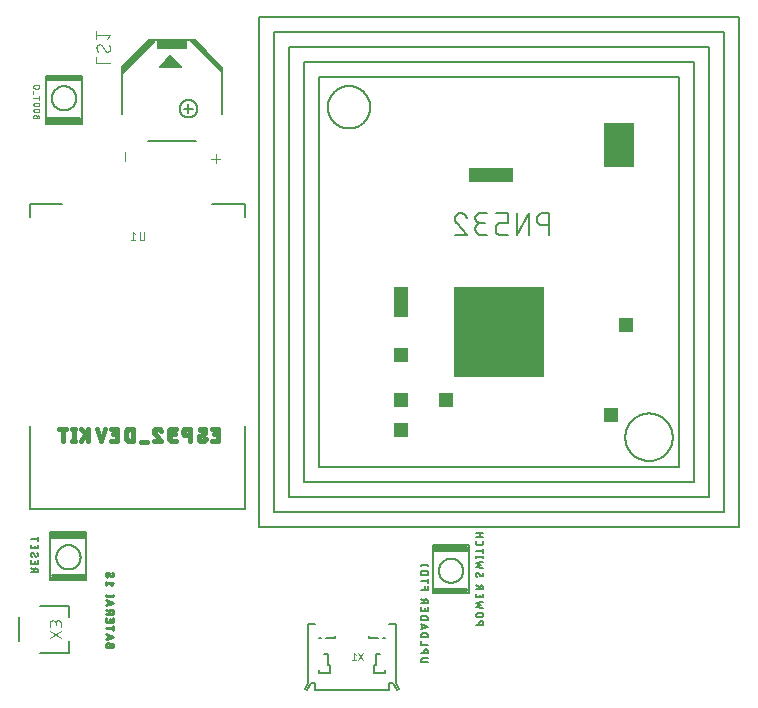
<source format=gbr>
G04 EAGLE Gerber RS-274X export*
G75*
%MOMM*%
%FSLAX34Y34*%
%LPD*%
%INSilkscreen Bottom*%
%IPPOS*%
%AMOC8*
5,1,8,0,0,1.08239X$1,22.5*%
G01*
%ADD10C,0.203200*%
%ADD11C,0.101600*%
%ADD12C,0.381000*%
%ADD13C,0.254000*%
%ADD14R,0.200000X0.100000*%
%ADD15R,0.300000X0.100000*%
%ADD16R,1.200000X0.100000*%
%ADD17R,1.400000X0.100000*%
%ADD18R,1.300000X0.100000*%
%ADD19R,0.400000X0.100000*%
%ADD20R,1.600000X0.100000*%
%ADD21R,1.500000X0.100000*%
%ADD22R,1.700000X0.100000*%
%ADD23R,0.700000X0.100000*%
%ADD24R,0.600000X0.100000*%
%ADD25R,2.600000X0.100000*%
%ADD26R,1.100000X0.100000*%
%ADD27R,0.500000X0.100000*%
%ADD28R,0.900000X0.100000*%
%ADD29R,1.900000X0.100000*%
%ADD30R,2.100000X0.100000*%
%ADD31R,2.300000X0.100000*%
%ADD32R,1.800000X0.100000*%
%ADD33R,2.000000X0.100000*%
%ADD34R,2.200000X0.100000*%
%ADD35R,2.500000X0.100000*%
%ADD36R,5.800000X0.100000*%
%ADD37R,5.700000X0.100000*%
%ADD38R,2.700000X0.100000*%
%ADD39R,0.800000X0.100000*%
%ADD40R,1.000000X0.100000*%
%ADD41R,4.900000X0.100000*%
%ADD42R,4.800000X0.100000*%
%ADD43R,4.600000X0.100000*%
%ADD44R,4.400000X0.100000*%
%ADD45C,0.152400*%
%ADD46C,0.050800*%
%ADD47C,0.127000*%
%ADD48R,7.620000X7.620000*%
%ADD49R,2.540000X3.810000*%
%ADD50R,1.270000X2.540000*%
%ADD51R,1.270000X1.270000*%
%ADD52R,3.810000X1.270000*%
%ADD53C,0.076200*%
%ADD54R,2.540000X0.635000*%


D10*
X390956Y45426D02*
X397052Y45426D01*
X397052Y47119D01*
X397050Y47200D01*
X397044Y47280D01*
X397035Y47360D01*
X397021Y47439D01*
X397004Y47518D01*
X396983Y47596D01*
X396959Y47673D01*
X396931Y47748D01*
X396899Y47822D01*
X396864Y47895D01*
X396825Y47966D01*
X396783Y48034D01*
X396738Y48101D01*
X396690Y48166D01*
X396638Y48228D01*
X396584Y48287D01*
X396527Y48344D01*
X396468Y48398D01*
X396406Y48450D01*
X396341Y48498D01*
X396274Y48543D01*
X396206Y48585D01*
X396135Y48624D01*
X396062Y48659D01*
X395988Y48691D01*
X395913Y48719D01*
X395836Y48743D01*
X395758Y48764D01*
X395679Y48781D01*
X395600Y48795D01*
X395520Y48804D01*
X395440Y48810D01*
X395359Y48812D01*
X395278Y48810D01*
X395198Y48804D01*
X395118Y48795D01*
X395039Y48781D01*
X394960Y48764D01*
X394882Y48743D01*
X394805Y48719D01*
X394730Y48691D01*
X394656Y48659D01*
X394583Y48624D01*
X394513Y48585D01*
X394444Y48543D01*
X394377Y48498D01*
X394312Y48450D01*
X394250Y48398D01*
X394191Y48344D01*
X394134Y48287D01*
X394080Y48228D01*
X394028Y48166D01*
X393980Y48101D01*
X393935Y48034D01*
X393893Y47966D01*
X393854Y47895D01*
X393819Y47822D01*
X393787Y47748D01*
X393759Y47673D01*
X393735Y47596D01*
X393714Y47518D01*
X393697Y47439D01*
X393683Y47360D01*
X393674Y47280D01*
X393668Y47200D01*
X393666Y47119D01*
X393665Y47119D02*
X393665Y45426D01*
X392649Y52274D02*
X395359Y52274D01*
X395440Y52276D01*
X395520Y52282D01*
X395600Y52291D01*
X395679Y52305D01*
X395758Y52322D01*
X395836Y52343D01*
X395913Y52367D01*
X395988Y52395D01*
X396062Y52427D01*
X396135Y52462D01*
X396206Y52501D01*
X396274Y52543D01*
X396341Y52588D01*
X396406Y52636D01*
X396468Y52688D01*
X396527Y52742D01*
X396584Y52799D01*
X396638Y52858D01*
X396690Y52920D01*
X396738Y52985D01*
X396783Y53052D01*
X396825Y53121D01*
X396864Y53191D01*
X396899Y53264D01*
X396931Y53338D01*
X396959Y53413D01*
X396983Y53490D01*
X397004Y53568D01*
X397021Y53647D01*
X397035Y53726D01*
X397044Y53806D01*
X397050Y53886D01*
X397052Y53967D01*
X397050Y54048D01*
X397044Y54128D01*
X397035Y54208D01*
X397021Y54287D01*
X397004Y54366D01*
X396983Y54444D01*
X396959Y54521D01*
X396931Y54596D01*
X396899Y54670D01*
X396864Y54743D01*
X396825Y54814D01*
X396783Y54882D01*
X396738Y54949D01*
X396690Y55014D01*
X396638Y55076D01*
X396584Y55135D01*
X396527Y55192D01*
X396468Y55246D01*
X396406Y55298D01*
X396341Y55346D01*
X396274Y55391D01*
X396206Y55433D01*
X396135Y55472D01*
X396062Y55507D01*
X395988Y55539D01*
X395913Y55567D01*
X395836Y55591D01*
X395758Y55612D01*
X395679Y55629D01*
X395600Y55643D01*
X395520Y55652D01*
X395440Y55658D01*
X395359Y55660D01*
X395359Y55661D02*
X392649Y55661D01*
X392649Y55660D02*
X392568Y55658D01*
X392488Y55652D01*
X392408Y55643D01*
X392329Y55629D01*
X392250Y55612D01*
X392172Y55591D01*
X392095Y55567D01*
X392020Y55539D01*
X391946Y55507D01*
X391873Y55472D01*
X391803Y55433D01*
X391734Y55391D01*
X391667Y55346D01*
X391602Y55298D01*
X391540Y55246D01*
X391481Y55192D01*
X391424Y55135D01*
X391370Y55076D01*
X391318Y55014D01*
X391270Y54949D01*
X391225Y54882D01*
X391183Y54814D01*
X391144Y54743D01*
X391109Y54670D01*
X391077Y54596D01*
X391049Y54521D01*
X391025Y54444D01*
X391004Y54366D01*
X390987Y54287D01*
X390973Y54208D01*
X390964Y54128D01*
X390958Y54048D01*
X390956Y53967D01*
X390958Y53886D01*
X390964Y53806D01*
X390973Y53726D01*
X390987Y53647D01*
X391004Y53568D01*
X391025Y53490D01*
X391049Y53413D01*
X391077Y53338D01*
X391109Y53264D01*
X391144Y53191D01*
X391183Y53121D01*
X391225Y53052D01*
X391270Y52985D01*
X391318Y52920D01*
X391370Y52858D01*
X391424Y52799D01*
X391481Y52742D01*
X391540Y52688D01*
X391602Y52636D01*
X391667Y52588D01*
X391734Y52543D01*
X391803Y52501D01*
X391873Y52462D01*
X391946Y52427D01*
X392020Y52395D01*
X392095Y52367D01*
X392172Y52343D01*
X392250Y52322D01*
X392329Y52305D01*
X392408Y52291D01*
X392488Y52282D01*
X392568Y52276D01*
X392649Y52274D01*
X397052Y59548D02*
X390956Y60903D01*
X395020Y62258D01*
X390956Y63612D01*
X397052Y64967D01*
X390956Y69129D02*
X390956Y71838D01*
X390956Y69129D02*
X397052Y69129D01*
X397052Y71838D01*
X394343Y71161D02*
X394343Y69129D01*
X397052Y75536D02*
X390956Y75536D01*
X397052Y75536D02*
X397052Y77229D01*
X397050Y77310D01*
X397044Y77390D01*
X397035Y77470D01*
X397021Y77549D01*
X397004Y77628D01*
X396983Y77706D01*
X396959Y77783D01*
X396931Y77858D01*
X396899Y77932D01*
X396864Y78005D01*
X396825Y78076D01*
X396783Y78144D01*
X396738Y78211D01*
X396690Y78276D01*
X396638Y78338D01*
X396584Y78397D01*
X396527Y78454D01*
X396468Y78508D01*
X396406Y78560D01*
X396341Y78608D01*
X396274Y78653D01*
X396206Y78695D01*
X396135Y78734D01*
X396062Y78769D01*
X395988Y78801D01*
X395913Y78829D01*
X395836Y78853D01*
X395758Y78874D01*
X395679Y78891D01*
X395600Y78905D01*
X395520Y78914D01*
X395440Y78920D01*
X395359Y78922D01*
X395278Y78920D01*
X395198Y78914D01*
X395118Y78905D01*
X395039Y78891D01*
X394960Y78874D01*
X394882Y78853D01*
X394805Y78829D01*
X394730Y78801D01*
X394656Y78769D01*
X394583Y78734D01*
X394513Y78695D01*
X394444Y78653D01*
X394377Y78608D01*
X394312Y78560D01*
X394250Y78508D01*
X394191Y78454D01*
X394134Y78397D01*
X394080Y78338D01*
X394028Y78276D01*
X393980Y78211D01*
X393935Y78144D01*
X393893Y78076D01*
X393854Y78005D01*
X393819Y77932D01*
X393787Y77858D01*
X393759Y77783D01*
X393735Y77706D01*
X393714Y77628D01*
X393697Y77549D01*
X393683Y77470D01*
X393674Y77390D01*
X393668Y77310D01*
X393666Y77229D01*
X393665Y77229D02*
X393665Y75536D01*
X393665Y77568D02*
X390956Y78922D01*
X390956Y88443D02*
X390958Y88516D01*
X390964Y88590D01*
X390974Y88662D01*
X390988Y88734D01*
X391005Y88806D01*
X391027Y88876D01*
X391052Y88945D01*
X391081Y89012D01*
X391114Y89078D01*
X391150Y89142D01*
X391189Y89203D01*
X391232Y89263D01*
X391278Y89320D01*
X391327Y89375D01*
X391379Y89427D01*
X391434Y89476D01*
X391491Y89522D01*
X391551Y89565D01*
X391612Y89604D01*
X391676Y89640D01*
X391742Y89673D01*
X391809Y89702D01*
X391878Y89727D01*
X391949Y89749D01*
X392020Y89766D01*
X392092Y89780D01*
X392165Y89790D01*
X392238Y89796D01*
X392311Y89798D01*
X390956Y88443D02*
X390958Y88340D01*
X390963Y88238D01*
X390973Y88135D01*
X390985Y88034D01*
X391002Y87932D01*
X391022Y87831D01*
X391046Y87732D01*
X391073Y87633D01*
X391104Y87535D01*
X391138Y87438D01*
X391176Y87342D01*
X391217Y87248D01*
X391262Y87156D01*
X391310Y87065D01*
X391361Y86976D01*
X391415Y86888D01*
X391472Y86803D01*
X391533Y86720D01*
X391596Y86639D01*
X391662Y86561D01*
X391731Y86484D01*
X391803Y86411D01*
X395697Y86580D02*
X395768Y86582D01*
X395839Y86587D01*
X395909Y86597D01*
X395979Y86610D01*
X396048Y86626D01*
X396116Y86646D01*
X396183Y86670D01*
X396248Y86697D01*
X396312Y86728D01*
X396375Y86762D01*
X396435Y86799D01*
X396493Y86839D01*
X396550Y86882D01*
X396604Y86928D01*
X396655Y86977D01*
X396704Y87028D01*
X396750Y87082D01*
X396793Y87139D01*
X396833Y87197D01*
X396870Y87258D01*
X396904Y87320D01*
X396935Y87384D01*
X396962Y87449D01*
X396986Y87516D01*
X397006Y87584D01*
X397022Y87653D01*
X397035Y87723D01*
X397045Y87793D01*
X397050Y87864D01*
X397052Y87935D01*
X397050Y88031D01*
X397045Y88127D01*
X397036Y88223D01*
X397023Y88318D01*
X397007Y88413D01*
X396987Y88507D01*
X396963Y88600D01*
X396936Y88692D01*
X396906Y88784D01*
X396872Y88874D01*
X396835Y88962D01*
X396794Y89049D01*
X396751Y89135D01*
X396704Y89219D01*
X396653Y89301D01*
X396600Y89381D01*
X396544Y89459D01*
X394512Y87258D02*
X394549Y87198D01*
X394590Y87139D01*
X394634Y87083D01*
X394681Y87029D01*
X394731Y86978D01*
X394783Y86929D01*
X394837Y86883D01*
X394894Y86840D01*
X394953Y86799D01*
X395014Y86762D01*
X395077Y86728D01*
X395142Y86698D01*
X395208Y86671D01*
X395275Y86647D01*
X395344Y86627D01*
X395413Y86611D01*
X395484Y86598D01*
X395554Y86588D01*
X395626Y86583D01*
X395697Y86581D01*
X393496Y89121D02*
X393459Y89181D01*
X393418Y89240D01*
X393374Y89296D01*
X393327Y89350D01*
X393277Y89401D01*
X393225Y89450D01*
X393171Y89496D01*
X393114Y89540D01*
X393055Y89580D01*
X392994Y89617D01*
X392931Y89651D01*
X392866Y89681D01*
X392800Y89708D01*
X392733Y89732D01*
X392664Y89752D01*
X392595Y89768D01*
X392524Y89781D01*
X392454Y89791D01*
X392382Y89796D01*
X392311Y89798D01*
X393496Y89121D02*
X394512Y87258D01*
X397052Y93442D02*
X390956Y94797D01*
X395020Y96151D01*
X390956Y97506D01*
X397052Y98861D01*
X397052Y102979D02*
X390956Y102979D01*
X390956Y102302D02*
X390956Y103656D01*
X397052Y103656D02*
X397052Y102302D01*
X397052Y108343D02*
X390956Y108343D01*
X397052Y106650D02*
X397052Y110037D01*
X390956Y114788D02*
X390956Y116143D01*
X390956Y114788D02*
X390958Y114717D01*
X390963Y114646D01*
X390973Y114576D01*
X390986Y114506D01*
X391002Y114437D01*
X391022Y114369D01*
X391046Y114302D01*
X391073Y114237D01*
X391104Y114173D01*
X391138Y114111D01*
X391175Y114050D01*
X391215Y113992D01*
X391258Y113935D01*
X391304Y113881D01*
X391353Y113830D01*
X391404Y113781D01*
X391458Y113735D01*
X391515Y113692D01*
X391573Y113652D01*
X391634Y113615D01*
X391696Y113581D01*
X391760Y113550D01*
X391825Y113523D01*
X391892Y113499D01*
X391960Y113479D01*
X392029Y113463D01*
X392099Y113450D01*
X392169Y113440D01*
X392240Y113435D01*
X392311Y113433D01*
X392311Y113434D02*
X395697Y113434D01*
X395697Y113433D02*
X395770Y113435D01*
X395843Y113441D01*
X395916Y113451D01*
X395988Y113465D01*
X396059Y113482D01*
X396130Y113504D01*
X396199Y113529D01*
X396266Y113558D01*
X396332Y113591D01*
X396396Y113627D01*
X396457Y113666D01*
X396517Y113709D01*
X396574Y113755D01*
X396629Y113804D01*
X396681Y113856D01*
X396730Y113911D01*
X396776Y113968D01*
X396819Y114028D01*
X396858Y114089D01*
X396894Y114153D01*
X396927Y114219D01*
X396956Y114286D01*
X396981Y114355D01*
X397003Y114425D01*
X397020Y114497D01*
X397034Y114569D01*
X397044Y114641D01*
X397050Y114715D01*
X397052Y114788D01*
X397052Y116143D01*
X397052Y119817D02*
X390956Y119817D01*
X394343Y119817D02*
X394343Y123204D01*
X397052Y123204D02*
X390956Y123204D01*
X19862Y89876D02*
X13766Y89876D01*
X19862Y89876D02*
X19862Y91569D01*
X19860Y91650D01*
X19854Y91730D01*
X19845Y91810D01*
X19831Y91889D01*
X19814Y91968D01*
X19793Y92046D01*
X19769Y92123D01*
X19741Y92198D01*
X19709Y92272D01*
X19674Y92345D01*
X19635Y92416D01*
X19593Y92484D01*
X19548Y92551D01*
X19500Y92616D01*
X19448Y92678D01*
X19394Y92737D01*
X19337Y92794D01*
X19278Y92848D01*
X19216Y92900D01*
X19151Y92948D01*
X19084Y92993D01*
X19016Y93035D01*
X18945Y93074D01*
X18872Y93109D01*
X18798Y93141D01*
X18723Y93169D01*
X18646Y93193D01*
X18568Y93214D01*
X18489Y93231D01*
X18410Y93245D01*
X18330Y93254D01*
X18250Y93260D01*
X18169Y93262D01*
X18088Y93260D01*
X18008Y93254D01*
X17928Y93245D01*
X17849Y93231D01*
X17770Y93214D01*
X17692Y93193D01*
X17615Y93169D01*
X17540Y93141D01*
X17466Y93109D01*
X17393Y93074D01*
X17323Y93035D01*
X17254Y92993D01*
X17187Y92948D01*
X17122Y92900D01*
X17060Y92848D01*
X17001Y92794D01*
X16944Y92737D01*
X16890Y92678D01*
X16838Y92616D01*
X16790Y92551D01*
X16745Y92484D01*
X16703Y92416D01*
X16664Y92345D01*
X16629Y92272D01*
X16597Y92198D01*
X16569Y92123D01*
X16545Y92046D01*
X16524Y91968D01*
X16507Y91889D01*
X16493Y91810D01*
X16484Y91730D01*
X16478Y91650D01*
X16476Y91569D01*
X16475Y91569D02*
X16475Y89876D01*
X16475Y91908D02*
X13766Y93263D01*
X13766Y97368D02*
X13766Y100077D01*
X13766Y97368D02*
X19862Y97368D01*
X19862Y100077D01*
X17153Y99400D02*
X17153Y97368D01*
X13766Y105222D02*
X13768Y105295D01*
X13774Y105369D01*
X13784Y105441D01*
X13798Y105513D01*
X13815Y105585D01*
X13837Y105655D01*
X13862Y105724D01*
X13891Y105791D01*
X13924Y105857D01*
X13960Y105921D01*
X13999Y105982D01*
X14042Y106042D01*
X14088Y106099D01*
X14137Y106154D01*
X14189Y106206D01*
X14244Y106255D01*
X14301Y106301D01*
X14361Y106344D01*
X14422Y106383D01*
X14486Y106419D01*
X14552Y106452D01*
X14619Y106481D01*
X14688Y106506D01*
X14759Y106528D01*
X14830Y106545D01*
X14902Y106559D01*
X14975Y106569D01*
X15048Y106575D01*
X15121Y106577D01*
X13766Y105222D02*
X13768Y105119D01*
X13773Y105017D01*
X13783Y104914D01*
X13795Y104813D01*
X13812Y104711D01*
X13832Y104610D01*
X13856Y104511D01*
X13883Y104412D01*
X13914Y104314D01*
X13948Y104217D01*
X13986Y104121D01*
X14027Y104027D01*
X14072Y103935D01*
X14120Y103844D01*
X14171Y103755D01*
X14225Y103667D01*
X14282Y103582D01*
X14343Y103499D01*
X14406Y103418D01*
X14472Y103340D01*
X14541Y103263D01*
X14613Y103190D01*
X18507Y103359D02*
X18578Y103361D01*
X18649Y103366D01*
X18719Y103376D01*
X18789Y103389D01*
X18858Y103405D01*
X18926Y103425D01*
X18993Y103449D01*
X19058Y103476D01*
X19122Y103507D01*
X19185Y103541D01*
X19245Y103578D01*
X19303Y103618D01*
X19360Y103661D01*
X19414Y103707D01*
X19465Y103756D01*
X19514Y103807D01*
X19560Y103861D01*
X19603Y103918D01*
X19643Y103976D01*
X19680Y104037D01*
X19714Y104099D01*
X19745Y104163D01*
X19772Y104228D01*
X19796Y104295D01*
X19816Y104363D01*
X19832Y104432D01*
X19845Y104502D01*
X19855Y104572D01*
X19860Y104643D01*
X19862Y104714D01*
X19860Y104810D01*
X19855Y104906D01*
X19846Y105002D01*
X19833Y105097D01*
X19817Y105192D01*
X19797Y105286D01*
X19773Y105379D01*
X19746Y105471D01*
X19716Y105563D01*
X19682Y105653D01*
X19645Y105741D01*
X19604Y105828D01*
X19561Y105914D01*
X19514Y105998D01*
X19463Y106080D01*
X19410Y106160D01*
X19354Y106238D01*
X17322Y104036D02*
X17359Y103976D01*
X17400Y103917D01*
X17444Y103861D01*
X17491Y103807D01*
X17541Y103756D01*
X17593Y103707D01*
X17647Y103661D01*
X17704Y103618D01*
X17763Y103577D01*
X17824Y103540D01*
X17887Y103506D01*
X17952Y103476D01*
X18018Y103449D01*
X18085Y103425D01*
X18154Y103405D01*
X18223Y103389D01*
X18294Y103376D01*
X18364Y103366D01*
X18436Y103361D01*
X18507Y103359D01*
X16306Y105900D02*
X16269Y105960D01*
X16228Y106019D01*
X16184Y106075D01*
X16137Y106129D01*
X16087Y106180D01*
X16035Y106229D01*
X15981Y106275D01*
X15924Y106319D01*
X15865Y106359D01*
X15804Y106396D01*
X15741Y106430D01*
X15676Y106460D01*
X15610Y106487D01*
X15543Y106511D01*
X15474Y106531D01*
X15405Y106547D01*
X15334Y106560D01*
X15264Y106570D01*
X15192Y106575D01*
X15121Y106577D01*
X16306Y105899D02*
X17322Y104037D01*
X13766Y110535D02*
X13766Y113244D01*
X13766Y110535D02*
X19862Y110535D01*
X19862Y113244D01*
X17153Y112567D02*
X17153Y110535D01*
X19862Y117807D02*
X13766Y117807D01*
X19862Y116114D02*
X19862Y119500D01*
D11*
X18874Y474255D02*
X18874Y475666D01*
X18872Y475740D01*
X18866Y475813D01*
X18857Y475887D01*
X18843Y475959D01*
X18826Y476031D01*
X18805Y476102D01*
X18780Y476172D01*
X18752Y476240D01*
X18720Y476307D01*
X18685Y476372D01*
X18646Y476434D01*
X18605Y476495D01*
X18560Y476554D01*
X18512Y476610D01*
X18461Y476664D01*
X18407Y476715D01*
X18351Y476763D01*
X18292Y476808D01*
X18231Y476849D01*
X18169Y476888D01*
X18104Y476923D01*
X18037Y476955D01*
X17969Y476983D01*
X17899Y477008D01*
X17828Y477029D01*
X17756Y477046D01*
X17684Y477060D01*
X17610Y477069D01*
X17537Y477075D01*
X17463Y477077D01*
X17389Y477075D01*
X17316Y477069D01*
X17242Y477060D01*
X17170Y477046D01*
X17098Y477029D01*
X17027Y477008D01*
X16957Y476983D01*
X16889Y476955D01*
X16822Y476923D01*
X16758Y476888D01*
X16695Y476849D01*
X16634Y476808D01*
X16575Y476763D01*
X16519Y476715D01*
X16465Y476664D01*
X16414Y476610D01*
X16366Y476554D01*
X16321Y476495D01*
X16280Y476434D01*
X16241Y476372D01*
X16206Y476307D01*
X16174Y476240D01*
X16146Y476172D01*
X16121Y476102D01*
X16100Y476031D01*
X16083Y475959D01*
X16069Y475887D01*
X16060Y475813D01*
X16054Y475740D01*
X16052Y475666D01*
X16052Y474255D01*
X21132Y474255D01*
X21132Y475666D01*
X21130Y475732D01*
X21124Y475797D01*
X21115Y475862D01*
X21102Y475926D01*
X21085Y475990D01*
X21064Y476052D01*
X21040Y476113D01*
X21012Y476173D01*
X20981Y476231D01*
X20946Y476286D01*
X20909Y476340D01*
X20868Y476392D01*
X20824Y476441D01*
X20778Y476487D01*
X20729Y476531D01*
X20677Y476572D01*
X20623Y476609D01*
X20568Y476644D01*
X20510Y476675D01*
X20450Y476703D01*
X20389Y476727D01*
X20327Y476748D01*
X20263Y476765D01*
X20199Y476778D01*
X20134Y476787D01*
X20069Y476793D01*
X20003Y476795D01*
X19937Y476793D01*
X19872Y476787D01*
X19807Y476778D01*
X19743Y476765D01*
X19679Y476748D01*
X19617Y476727D01*
X19556Y476703D01*
X19496Y476675D01*
X19439Y476644D01*
X19383Y476609D01*
X19329Y476572D01*
X19277Y476531D01*
X19228Y476487D01*
X19182Y476441D01*
X19138Y476392D01*
X19097Y476340D01*
X19060Y476286D01*
X19025Y476231D01*
X18994Y476173D01*
X18966Y476113D01*
X18942Y476052D01*
X18921Y475990D01*
X18904Y475926D01*
X18891Y475862D01*
X18882Y475797D01*
X18876Y475732D01*
X18874Y475666D01*
X19721Y479433D02*
X17463Y479433D01*
X19721Y479433D02*
X19795Y479435D01*
X19868Y479441D01*
X19942Y479450D01*
X20014Y479464D01*
X20086Y479481D01*
X20157Y479502D01*
X20227Y479527D01*
X20295Y479555D01*
X20362Y479587D01*
X20427Y479622D01*
X20489Y479661D01*
X20550Y479702D01*
X20609Y479747D01*
X20665Y479795D01*
X20719Y479846D01*
X20770Y479900D01*
X20818Y479956D01*
X20863Y480015D01*
X20904Y480076D01*
X20943Y480139D01*
X20978Y480203D01*
X21010Y480270D01*
X21038Y480338D01*
X21063Y480408D01*
X21084Y480479D01*
X21101Y480551D01*
X21115Y480623D01*
X21124Y480697D01*
X21130Y480770D01*
X21132Y480844D01*
X21130Y480918D01*
X21124Y480991D01*
X21115Y481065D01*
X21101Y481137D01*
X21084Y481209D01*
X21063Y481280D01*
X21038Y481350D01*
X21010Y481418D01*
X20978Y481485D01*
X20943Y481550D01*
X20904Y481612D01*
X20863Y481673D01*
X20818Y481732D01*
X20770Y481788D01*
X20719Y481842D01*
X20665Y481893D01*
X20609Y481941D01*
X20550Y481986D01*
X20489Y482027D01*
X20426Y482066D01*
X20362Y482101D01*
X20295Y482133D01*
X20227Y482161D01*
X20157Y482186D01*
X20086Y482207D01*
X20014Y482224D01*
X19942Y482238D01*
X19868Y482247D01*
X19795Y482253D01*
X19721Y482255D01*
X17463Y482255D01*
X17389Y482253D01*
X17316Y482247D01*
X17242Y482238D01*
X17170Y482224D01*
X17098Y482207D01*
X17027Y482186D01*
X16957Y482161D01*
X16889Y482133D01*
X16822Y482101D01*
X16758Y482066D01*
X16695Y482027D01*
X16634Y481986D01*
X16575Y481941D01*
X16519Y481893D01*
X16465Y481842D01*
X16414Y481788D01*
X16366Y481732D01*
X16321Y481673D01*
X16280Y481612D01*
X16241Y481550D01*
X16206Y481485D01*
X16174Y481418D01*
X16146Y481350D01*
X16121Y481280D01*
X16100Y481209D01*
X16083Y481137D01*
X16069Y481065D01*
X16060Y480991D01*
X16054Y480918D01*
X16052Y480844D01*
X16054Y480770D01*
X16060Y480697D01*
X16069Y480623D01*
X16083Y480551D01*
X16100Y480479D01*
X16121Y480408D01*
X16146Y480338D01*
X16174Y480270D01*
X16206Y480203D01*
X16241Y480139D01*
X16280Y480076D01*
X16321Y480015D01*
X16366Y479956D01*
X16414Y479900D01*
X16465Y479846D01*
X16519Y479795D01*
X16575Y479747D01*
X16634Y479702D01*
X16695Y479661D01*
X16757Y479622D01*
X16822Y479587D01*
X16889Y479555D01*
X16957Y479527D01*
X17027Y479502D01*
X17098Y479481D01*
X17170Y479464D01*
X17242Y479450D01*
X17316Y479441D01*
X17389Y479435D01*
X17463Y479433D01*
X17463Y484920D02*
X19721Y484920D01*
X19795Y484922D01*
X19868Y484928D01*
X19942Y484937D01*
X20014Y484951D01*
X20086Y484968D01*
X20157Y484989D01*
X20227Y485014D01*
X20295Y485042D01*
X20362Y485074D01*
X20427Y485109D01*
X20489Y485148D01*
X20550Y485189D01*
X20609Y485234D01*
X20665Y485282D01*
X20719Y485333D01*
X20770Y485387D01*
X20818Y485443D01*
X20863Y485502D01*
X20904Y485563D01*
X20943Y485626D01*
X20978Y485690D01*
X21010Y485757D01*
X21038Y485825D01*
X21063Y485895D01*
X21084Y485966D01*
X21101Y486038D01*
X21115Y486110D01*
X21124Y486184D01*
X21130Y486257D01*
X21132Y486331D01*
X21130Y486405D01*
X21124Y486478D01*
X21115Y486552D01*
X21101Y486624D01*
X21084Y486696D01*
X21063Y486767D01*
X21038Y486837D01*
X21010Y486905D01*
X20978Y486972D01*
X20943Y487037D01*
X20904Y487099D01*
X20863Y487160D01*
X20818Y487219D01*
X20770Y487275D01*
X20719Y487329D01*
X20665Y487380D01*
X20609Y487428D01*
X20550Y487473D01*
X20489Y487514D01*
X20426Y487553D01*
X20362Y487588D01*
X20295Y487620D01*
X20227Y487648D01*
X20157Y487673D01*
X20086Y487694D01*
X20014Y487711D01*
X19942Y487725D01*
X19868Y487734D01*
X19795Y487740D01*
X19721Y487742D01*
X17463Y487742D01*
X17389Y487740D01*
X17316Y487734D01*
X17242Y487725D01*
X17170Y487711D01*
X17098Y487694D01*
X17027Y487673D01*
X16957Y487648D01*
X16889Y487620D01*
X16822Y487588D01*
X16758Y487553D01*
X16695Y487514D01*
X16634Y487473D01*
X16575Y487428D01*
X16519Y487380D01*
X16465Y487329D01*
X16414Y487275D01*
X16366Y487219D01*
X16321Y487160D01*
X16280Y487099D01*
X16241Y487037D01*
X16206Y486972D01*
X16174Y486905D01*
X16146Y486837D01*
X16121Y486767D01*
X16100Y486696D01*
X16083Y486624D01*
X16069Y486552D01*
X16060Y486478D01*
X16054Y486405D01*
X16052Y486331D01*
X16054Y486257D01*
X16060Y486184D01*
X16069Y486110D01*
X16083Y486038D01*
X16100Y485966D01*
X16121Y485895D01*
X16146Y485825D01*
X16174Y485757D01*
X16206Y485690D01*
X16241Y485626D01*
X16280Y485563D01*
X16321Y485502D01*
X16366Y485443D01*
X16414Y485387D01*
X16465Y485333D01*
X16519Y485282D01*
X16575Y485234D01*
X16634Y485189D01*
X16695Y485148D01*
X16757Y485109D01*
X16822Y485074D01*
X16889Y485042D01*
X16957Y485014D01*
X17027Y484989D01*
X17098Y484968D01*
X17170Y484951D01*
X17242Y484937D01*
X17316Y484928D01*
X17389Y484922D01*
X17463Y484920D01*
X16052Y491451D02*
X21132Y491451D01*
X21132Y490040D02*
X21132Y492862D01*
X15488Y494894D02*
X15488Y497152D01*
X17463Y499550D02*
X19721Y499550D01*
X19795Y499552D01*
X19868Y499558D01*
X19942Y499567D01*
X20014Y499581D01*
X20086Y499598D01*
X20157Y499619D01*
X20227Y499644D01*
X20295Y499672D01*
X20362Y499704D01*
X20427Y499739D01*
X20489Y499778D01*
X20550Y499819D01*
X20609Y499864D01*
X20665Y499912D01*
X20719Y499963D01*
X20770Y500017D01*
X20818Y500073D01*
X20863Y500132D01*
X20904Y500193D01*
X20943Y500256D01*
X20978Y500320D01*
X21010Y500387D01*
X21038Y500455D01*
X21063Y500525D01*
X21084Y500596D01*
X21101Y500668D01*
X21115Y500740D01*
X21124Y500814D01*
X21130Y500887D01*
X21132Y500961D01*
X21130Y501035D01*
X21124Y501108D01*
X21115Y501182D01*
X21101Y501254D01*
X21084Y501326D01*
X21063Y501397D01*
X21038Y501467D01*
X21010Y501535D01*
X20978Y501602D01*
X20943Y501667D01*
X20904Y501729D01*
X20863Y501790D01*
X20818Y501849D01*
X20770Y501905D01*
X20719Y501959D01*
X20665Y502010D01*
X20609Y502058D01*
X20550Y502103D01*
X20489Y502144D01*
X20426Y502183D01*
X20362Y502218D01*
X20295Y502250D01*
X20227Y502278D01*
X20157Y502303D01*
X20086Y502324D01*
X20014Y502341D01*
X19942Y502355D01*
X19868Y502364D01*
X19795Y502370D01*
X19721Y502372D01*
X17463Y502372D01*
X17389Y502370D01*
X17316Y502364D01*
X17242Y502355D01*
X17170Y502341D01*
X17098Y502324D01*
X17027Y502303D01*
X16957Y502278D01*
X16889Y502250D01*
X16822Y502218D01*
X16758Y502183D01*
X16695Y502144D01*
X16634Y502103D01*
X16575Y502058D01*
X16519Y502010D01*
X16465Y501959D01*
X16414Y501905D01*
X16366Y501849D01*
X16321Y501790D01*
X16280Y501729D01*
X16241Y501667D01*
X16206Y501602D01*
X16174Y501535D01*
X16146Y501467D01*
X16121Y501397D01*
X16100Y501326D01*
X16083Y501254D01*
X16069Y501182D01*
X16060Y501108D01*
X16054Y501035D01*
X16052Y500961D01*
X16054Y500887D01*
X16060Y500814D01*
X16069Y500740D01*
X16083Y500668D01*
X16100Y500596D01*
X16121Y500525D01*
X16146Y500455D01*
X16174Y500387D01*
X16206Y500320D01*
X16241Y500256D01*
X16280Y500193D01*
X16321Y500132D01*
X16366Y500073D01*
X16414Y500017D01*
X16465Y499963D01*
X16519Y499912D01*
X16575Y499864D01*
X16634Y499819D01*
X16695Y499778D01*
X16757Y499739D01*
X16822Y499704D01*
X16889Y499672D01*
X16957Y499644D01*
X17027Y499619D01*
X17098Y499598D01*
X17170Y499581D01*
X17242Y499567D01*
X17316Y499558D01*
X17389Y499552D01*
X17463Y499550D01*
D10*
X345659Y13676D02*
X350062Y13676D01*
X345659Y13676D02*
X345578Y13678D01*
X345498Y13684D01*
X345418Y13693D01*
X345339Y13707D01*
X345260Y13724D01*
X345182Y13745D01*
X345105Y13769D01*
X345030Y13797D01*
X344956Y13829D01*
X344883Y13864D01*
X344813Y13903D01*
X344744Y13945D01*
X344677Y13990D01*
X344612Y14038D01*
X344550Y14090D01*
X344491Y14144D01*
X344434Y14201D01*
X344380Y14260D01*
X344328Y14322D01*
X344280Y14387D01*
X344235Y14454D01*
X344193Y14523D01*
X344154Y14593D01*
X344119Y14666D01*
X344087Y14740D01*
X344059Y14815D01*
X344035Y14892D01*
X344014Y14970D01*
X343997Y15049D01*
X343983Y15128D01*
X343974Y15208D01*
X343968Y15288D01*
X343966Y15369D01*
X343968Y15450D01*
X343974Y15530D01*
X343983Y15610D01*
X343997Y15689D01*
X344014Y15768D01*
X344035Y15846D01*
X344059Y15923D01*
X344087Y15998D01*
X344119Y16072D01*
X344154Y16145D01*
X344193Y16216D01*
X344235Y16284D01*
X344280Y16351D01*
X344328Y16416D01*
X344380Y16478D01*
X344434Y16537D01*
X344491Y16594D01*
X344550Y16648D01*
X344612Y16700D01*
X344677Y16748D01*
X344744Y16793D01*
X344813Y16835D01*
X344883Y16874D01*
X344956Y16909D01*
X345030Y16941D01*
X345105Y16969D01*
X345182Y16993D01*
X345260Y17014D01*
X345339Y17031D01*
X345418Y17045D01*
X345498Y17054D01*
X345578Y17060D01*
X345659Y17062D01*
X345659Y17063D02*
X350062Y17063D01*
X350062Y21702D02*
X343966Y21702D01*
X350062Y21702D02*
X350062Y23396D01*
X350060Y23477D01*
X350054Y23557D01*
X350045Y23637D01*
X350031Y23716D01*
X350014Y23795D01*
X349993Y23873D01*
X349969Y23950D01*
X349941Y24025D01*
X349909Y24099D01*
X349874Y24172D01*
X349835Y24243D01*
X349793Y24311D01*
X349748Y24378D01*
X349700Y24443D01*
X349648Y24505D01*
X349594Y24564D01*
X349537Y24621D01*
X349478Y24675D01*
X349416Y24727D01*
X349351Y24775D01*
X349284Y24820D01*
X349216Y24862D01*
X349145Y24901D01*
X349072Y24936D01*
X348998Y24968D01*
X348923Y24996D01*
X348846Y25020D01*
X348768Y25041D01*
X348689Y25058D01*
X348610Y25072D01*
X348530Y25081D01*
X348450Y25087D01*
X348369Y25089D01*
X348288Y25087D01*
X348208Y25081D01*
X348128Y25072D01*
X348049Y25058D01*
X347970Y25041D01*
X347892Y25020D01*
X347815Y24996D01*
X347740Y24968D01*
X347666Y24936D01*
X347593Y24901D01*
X347523Y24862D01*
X347454Y24820D01*
X347387Y24775D01*
X347322Y24727D01*
X347260Y24675D01*
X347201Y24621D01*
X347144Y24564D01*
X347090Y24505D01*
X347038Y24443D01*
X346990Y24378D01*
X346945Y24311D01*
X346903Y24243D01*
X346864Y24172D01*
X346829Y24099D01*
X346797Y24025D01*
X346769Y23950D01*
X346745Y23873D01*
X346724Y23795D01*
X346707Y23716D01*
X346693Y23637D01*
X346684Y23557D01*
X346678Y23477D01*
X346676Y23396D01*
X346675Y23396D02*
X346675Y21702D01*
X343966Y28824D02*
X350062Y28824D01*
X343966Y28824D02*
X343966Y31533D01*
X345659Y34890D02*
X348369Y34890D01*
X348450Y34892D01*
X348530Y34898D01*
X348610Y34907D01*
X348689Y34921D01*
X348768Y34938D01*
X348846Y34959D01*
X348923Y34983D01*
X348998Y35011D01*
X349072Y35043D01*
X349145Y35078D01*
X349216Y35117D01*
X349284Y35159D01*
X349351Y35204D01*
X349416Y35252D01*
X349478Y35304D01*
X349537Y35358D01*
X349594Y35415D01*
X349648Y35474D01*
X349700Y35536D01*
X349748Y35601D01*
X349793Y35668D01*
X349835Y35737D01*
X349874Y35807D01*
X349909Y35880D01*
X349941Y35954D01*
X349969Y36029D01*
X349993Y36106D01*
X350014Y36184D01*
X350031Y36263D01*
X350045Y36342D01*
X350054Y36422D01*
X350060Y36502D01*
X350062Y36583D01*
X350060Y36664D01*
X350054Y36744D01*
X350045Y36824D01*
X350031Y36903D01*
X350014Y36982D01*
X349993Y37060D01*
X349969Y37137D01*
X349941Y37212D01*
X349909Y37286D01*
X349874Y37359D01*
X349835Y37430D01*
X349793Y37498D01*
X349748Y37565D01*
X349700Y37630D01*
X349648Y37692D01*
X349594Y37751D01*
X349537Y37808D01*
X349478Y37862D01*
X349416Y37914D01*
X349351Y37962D01*
X349284Y38007D01*
X349216Y38049D01*
X349145Y38088D01*
X349072Y38123D01*
X348998Y38155D01*
X348923Y38183D01*
X348846Y38207D01*
X348768Y38228D01*
X348689Y38245D01*
X348610Y38259D01*
X348530Y38268D01*
X348450Y38274D01*
X348369Y38276D01*
X348369Y38277D02*
X345659Y38277D01*
X345659Y38276D02*
X345578Y38274D01*
X345498Y38268D01*
X345418Y38259D01*
X345339Y38245D01*
X345260Y38228D01*
X345182Y38207D01*
X345105Y38183D01*
X345030Y38155D01*
X344956Y38123D01*
X344883Y38088D01*
X344813Y38049D01*
X344744Y38007D01*
X344677Y37962D01*
X344612Y37914D01*
X344550Y37862D01*
X344491Y37808D01*
X344434Y37751D01*
X344380Y37692D01*
X344328Y37630D01*
X344280Y37565D01*
X344235Y37498D01*
X344193Y37430D01*
X344154Y37359D01*
X344119Y37286D01*
X344087Y37212D01*
X344059Y37137D01*
X344035Y37060D01*
X344014Y36982D01*
X343997Y36903D01*
X343983Y36824D01*
X343974Y36744D01*
X343968Y36664D01*
X343966Y36583D01*
X343968Y36502D01*
X343974Y36422D01*
X343983Y36342D01*
X343997Y36263D01*
X344014Y36184D01*
X344035Y36106D01*
X344059Y36029D01*
X344087Y35954D01*
X344119Y35880D01*
X344154Y35807D01*
X344193Y35737D01*
X344235Y35668D01*
X344280Y35601D01*
X344328Y35536D01*
X344380Y35474D01*
X344434Y35415D01*
X344491Y35358D01*
X344550Y35304D01*
X344612Y35252D01*
X344677Y35204D01*
X344744Y35159D01*
X344813Y35117D01*
X344883Y35078D01*
X344956Y35043D01*
X345030Y35011D01*
X345105Y34983D01*
X345182Y34959D01*
X345260Y34938D01*
X345339Y34921D01*
X345418Y34907D01*
X345498Y34898D01*
X345578Y34892D01*
X345659Y34890D01*
X343966Y41867D02*
X350062Y43899D01*
X343966Y45931D01*
X345490Y45423D02*
X345490Y42375D01*
X343966Y49764D02*
X350062Y49764D01*
X350062Y51458D01*
X350060Y51539D01*
X350054Y51619D01*
X350045Y51699D01*
X350031Y51778D01*
X350014Y51857D01*
X349993Y51935D01*
X349969Y52012D01*
X349941Y52087D01*
X349909Y52161D01*
X349874Y52234D01*
X349835Y52305D01*
X349793Y52373D01*
X349748Y52440D01*
X349700Y52505D01*
X349648Y52567D01*
X349594Y52626D01*
X349537Y52683D01*
X349478Y52737D01*
X349416Y52789D01*
X349351Y52837D01*
X349284Y52882D01*
X349216Y52924D01*
X349145Y52963D01*
X349072Y52998D01*
X348998Y53030D01*
X348923Y53058D01*
X348846Y53082D01*
X348768Y53103D01*
X348689Y53120D01*
X348610Y53134D01*
X348530Y53143D01*
X348450Y53149D01*
X348369Y53151D01*
X345659Y53151D01*
X345578Y53149D01*
X345498Y53143D01*
X345418Y53134D01*
X345339Y53120D01*
X345260Y53103D01*
X345182Y53082D01*
X345105Y53058D01*
X345030Y53030D01*
X344956Y52998D01*
X344883Y52963D01*
X344813Y52924D01*
X344744Y52882D01*
X344677Y52837D01*
X344612Y52789D01*
X344550Y52737D01*
X344491Y52683D01*
X344434Y52626D01*
X344380Y52567D01*
X344328Y52505D01*
X344280Y52440D01*
X344235Y52373D01*
X344193Y52305D01*
X344154Y52234D01*
X344119Y52161D01*
X344087Y52087D01*
X344059Y52012D01*
X344035Y51935D01*
X344014Y51857D01*
X343997Y51778D01*
X343983Y51699D01*
X343974Y51619D01*
X343968Y51539D01*
X343966Y51458D01*
X343966Y49764D01*
X343966Y57597D02*
X343966Y60306D01*
X343966Y57597D02*
X350062Y57597D01*
X350062Y60306D01*
X347353Y59629D02*
X347353Y57597D01*
X350062Y64004D02*
X343966Y64004D01*
X350062Y64004D02*
X350062Y65697D01*
X350060Y65778D01*
X350054Y65858D01*
X350045Y65938D01*
X350031Y66017D01*
X350014Y66096D01*
X349993Y66174D01*
X349969Y66251D01*
X349941Y66326D01*
X349909Y66400D01*
X349874Y66473D01*
X349835Y66544D01*
X349793Y66612D01*
X349748Y66679D01*
X349700Y66744D01*
X349648Y66806D01*
X349594Y66865D01*
X349537Y66922D01*
X349478Y66976D01*
X349416Y67028D01*
X349351Y67076D01*
X349284Y67121D01*
X349216Y67163D01*
X349145Y67202D01*
X349072Y67237D01*
X348998Y67269D01*
X348923Y67297D01*
X348846Y67321D01*
X348768Y67342D01*
X348689Y67359D01*
X348610Y67373D01*
X348530Y67382D01*
X348450Y67388D01*
X348369Y67390D01*
X348288Y67388D01*
X348208Y67382D01*
X348128Y67373D01*
X348049Y67359D01*
X347970Y67342D01*
X347892Y67321D01*
X347815Y67297D01*
X347740Y67269D01*
X347666Y67237D01*
X347593Y67202D01*
X347523Y67163D01*
X347454Y67121D01*
X347387Y67076D01*
X347322Y67028D01*
X347260Y66976D01*
X347201Y66922D01*
X347144Y66865D01*
X347090Y66806D01*
X347038Y66744D01*
X346990Y66679D01*
X346945Y66612D01*
X346903Y66544D01*
X346864Y66473D01*
X346829Y66400D01*
X346797Y66326D01*
X346769Y66251D01*
X346745Y66174D01*
X346724Y66096D01*
X346707Y66017D01*
X346693Y65938D01*
X346684Y65858D01*
X346678Y65778D01*
X346676Y65697D01*
X346675Y65697D02*
X346675Y64004D01*
X346675Y66036D02*
X343966Y67391D01*
X343966Y75397D02*
X350062Y75397D01*
X350062Y78107D01*
X347353Y78107D02*
X347353Y75397D01*
X350062Y82669D02*
X343966Y82669D01*
X350062Y80976D02*
X350062Y84362D01*
X350062Y88047D02*
X343966Y88047D01*
X350062Y88047D02*
X350062Y89740D01*
X350060Y89821D01*
X350054Y89901D01*
X350045Y89981D01*
X350031Y90060D01*
X350014Y90139D01*
X349993Y90217D01*
X349969Y90294D01*
X349941Y90369D01*
X349909Y90443D01*
X349874Y90516D01*
X349835Y90587D01*
X349793Y90655D01*
X349748Y90722D01*
X349700Y90787D01*
X349648Y90849D01*
X349594Y90908D01*
X349537Y90965D01*
X349478Y91019D01*
X349416Y91071D01*
X349351Y91119D01*
X349284Y91164D01*
X349216Y91206D01*
X349145Y91245D01*
X349072Y91280D01*
X348998Y91312D01*
X348923Y91340D01*
X348846Y91364D01*
X348768Y91385D01*
X348689Y91402D01*
X348610Y91416D01*
X348530Y91425D01*
X348450Y91431D01*
X348369Y91433D01*
X348369Y91434D02*
X345659Y91434D01*
X345659Y91433D02*
X345578Y91431D01*
X345498Y91425D01*
X345418Y91416D01*
X345339Y91402D01*
X345260Y91385D01*
X345182Y91364D01*
X345105Y91340D01*
X345030Y91312D01*
X344956Y91280D01*
X344883Y91245D01*
X344813Y91206D01*
X344744Y91164D01*
X344677Y91119D01*
X344612Y91071D01*
X344550Y91019D01*
X344491Y90965D01*
X344434Y90908D01*
X344380Y90849D01*
X344328Y90787D01*
X344280Y90722D01*
X344235Y90655D01*
X344193Y90587D01*
X344154Y90516D01*
X344119Y90443D01*
X344087Y90369D01*
X344059Y90294D01*
X344035Y90217D01*
X344014Y90139D01*
X343997Y90060D01*
X343983Y89981D01*
X343974Y89901D01*
X343968Y89821D01*
X343966Y89740D01*
X343966Y88047D01*
X343966Y95836D02*
X350062Y95836D01*
X343966Y95159D02*
X343966Y96514D01*
X350062Y96514D02*
X350062Y95159D01*
D12*
X172135Y201255D02*
X167507Y201255D01*
X172135Y201255D02*
X172135Y211669D01*
X167507Y211669D01*
X168664Y207041D02*
X172135Y207041D01*
X158477Y201255D02*
X158384Y201257D01*
X158291Y201263D01*
X158198Y201272D01*
X158106Y201285D01*
X158014Y201302D01*
X157923Y201322D01*
X157833Y201346D01*
X157744Y201374D01*
X157656Y201405D01*
X157570Y201440D01*
X157485Y201478D01*
X157402Y201520D01*
X157320Y201565D01*
X157240Y201613D01*
X157162Y201665D01*
X157087Y201719D01*
X157014Y201777D01*
X156943Y201837D01*
X156874Y201900D01*
X156808Y201966D01*
X156745Y202035D01*
X156685Y202106D01*
X156627Y202179D01*
X156573Y202254D01*
X156521Y202332D01*
X156473Y202412D01*
X156428Y202494D01*
X156386Y202577D01*
X156348Y202662D01*
X156313Y202748D01*
X156282Y202836D01*
X156254Y202925D01*
X156230Y203015D01*
X156210Y203106D01*
X156193Y203198D01*
X156180Y203290D01*
X156171Y203383D01*
X156165Y203476D01*
X156163Y203569D01*
X158477Y201255D02*
X158615Y201257D01*
X158753Y201263D01*
X158890Y201272D01*
X159027Y201286D01*
X159164Y201304D01*
X159300Y201325D01*
X159436Y201350D01*
X159571Y201379D01*
X159705Y201412D01*
X159837Y201448D01*
X159969Y201488D01*
X160100Y201532D01*
X160229Y201580D01*
X160357Y201631D01*
X160484Y201686D01*
X160609Y201744D01*
X160732Y201806D01*
X160853Y201871D01*
X160973Y201940D01*
X161090Y202012D01*
X161206Y202087D01*
X161319Y202166D01*
X161430Y202248D01*
X161539Y202333D01*
X161645Y202420D01*
X161749Y202511D01*
X161850Y202605D01*
X161948Y202701D01*
X161659Y209355D02*
X161657Y209448D01*
X161651Y209541D01*
X161642Y209634D01*
X161629Y209726D01*
X161612Y209818D01*
X161592Y209909D01*
X161568Y209999D01*
X161540Y210088D01*
X161509Y210176D01*
X161474Y210262D01*
X161436Y210347D01*
X161394Y210430D01*
X161349Y210512D01*
X161301Y210592D01*
X161249Y210670D01*
X161195Y210745D01*
X161137Y210818D01*
X161077Y210889D01*
X161014Y210958D01*
X160948Y211024D01*
X160879Y211087D01*
X160808Y211147D01*
X160735Y211205D01*
X160660Y211259D01*
X160582Y211311D01*
X160502Y211359D01*
X160420Y211404D01*
X160337Y211446D01*
X160252Y211484D01*
X160166Y211519D01*
X160078Y211550D01*
X159989Y211578D01*
X159899Y211602D01*
X159808Y211622D01*
X159716Y211639D01*
X159624Y211652D01*
X159531Y211661D01*
X159438Y211667D01*
X159345Y211669D01*
X159218Y211667D01*
X159091Y211662D01*
X158965Y211652D01*
X158838Y211639D01*
X158713Y211623D01*
X158587Y211602D01*
X158463Y211578D01*
X158339Y211551D01*
X158216Y211520D01*
X158094Y211485D01*
X157973Y211446D01*
X157853Y211404D01*
X157735Y211359D01*
X157617Y211310D01*
X157502Y211258D01*
X157388Y211202D01*
X157275Y211144D01*
X157165Y211081D01*
X157056Y211016D01*
X156949Y210947D01*
X156844Y210876D01*
X156742Y210801D01*
X160502Y207330D02*
X160582Y207380D01*
X160660Y207432D01*
X160735Y207487D01*
X160809Y207546D01*
X160880Y207607D01*
X160948Y207671D01*
X161014Y207738D01*
X161078Y207808D01*
X161138Y207879D01*
X161195Y207954D01*
X161250Y208030D01*
X161301Y208109D01*
X161349Y208189D01*
X161394Y208271D01*
X161436Y208356D01*
X161474Y208441D01*
X161509Y208528D01*
X161540Y208617D01*
X161568Y208707D01*
X161592Y208797D01*
X161612Y208889D01*
X161629Y208981D01*
X161642Y209074D01*
X161652Y209168D01*
X161657Y209261D01*
X161659Y209355D01*
X157321Y205594D02*
X157241Y205544D01*
X157163Y205492D01*
X157087Y205437D01*
X157014Y205378D01*
X156943Y205317D01*
X156875Y205253D01*
X156809Y205186D01*
X156745Y205116D01*
X156685Y205045D01*
X156628Y204970D01*
X156573Y204894D01*
X156522Y204815D01*
X156474Y204735D01*
X156429Y204653D01*
X156387Y204568D01*
X156349Y204483D01*
X156314Y204396D01*
X156283Y204307D01*
X156255Y204217D01*
X156231Y204127D01*
X156211Y204035D01*
X156194Y203943D01*
X156181Y203850D01*
X156171Y203756D01*
X156166Y203663D01*
X156164Y203569D01*
X157320Y205594D02*
X160502Y207330D01*
X148735Y211669D02*
X148735Y201255D01*
X148735Y211669D02*
X145842Y211669D01*
X145735Y211667D01*
X145628Y211661D01*
X145522Y211651D01*
X145416Y211637D01*
X145310Y211620D01*
X145206Y211598D01*
X145102Y211573D01*
X144999Y211543D01*
X144897Y211510D01*
X144797Y211474D01*
X144698Y211433D01*
X144601Y211389D01*
X144505Y211341D01*
X144411Y211290D01*
X144319Y211236D01*
X144229Y211178D01*
X144142Y211116D01*
X144056Y211052D01*
X143973Y210985D01*
X143893Y210914D01*
X143815Y210840D01*
X143740Y210764D01*
X143668Y210685D01*
X143599Y210604D01*
X143533Y210519D01*
X143470Y210433D01*
X143411Y210344D01*
X143355Y210253D01*
X143302Y210160D01*
X143252Y210066D01*
X143206Y209969D01*
X143164Y209871D01*
X143126Y209771D01*
X143091Y209670D01*
X143059Y209568D01*
X143032Y209464D01*
X143009Y209360D01*
X142989Y209255D01*
X142973Y209149D01*
X142961Y209043D01*
X142953Y208936D01*
X142949Y208829D01*
X142949Y208723D01*
X142953Y208616D01*
X142961Y208509D01*
X142973Y208403D01*
X142989Y208297D01*
X143009Y208192D01*
X143032Y208088D01*
X143059Y207984D01*
X143091Y207882D01*
X143126Y207781D01*
X143164Y207681D01*
X143206Y207583D01*
X143252Y207486D01*
X143302Y207392D01*
X143355Y207299D01*
X143411Y207208D01*
X143470Y207119D01*
X143533Y207033D01*
X143599Y206948D01*
X143668Y206867D01*
X143740Y206788D01*
X143815Y206712D01*
X143893Y206638D01*
X143973Y206567D01*
X144056Y206500D01*
X144142Y206436D01*
X144229Y206374D01*
X144319Y206316D01*
X144411Y206262D01*
X144505Y206211D01*
X144601Y206163D01*
X144698Y206119D01*
X144797Y206078D01*
X144897Y206042D01*
X144999Y206009D01*
X145102Y205979D01*
X145206Y205954D01*
X145310Y205932D01*
X145416Y205915D01*
X145522Y205901D01*
X145628Y205891D01*
X145735Y205885D01*
X145842Y205883D01*
X148735Y205883D01*
X136772Y201255D02*
X133880Y201255D01*
X133773Y201257D01*
X133666Y201263D01*
X133560Y201273D01*
X133454Y201287D01*
X133348Y201304D01*
X133244Y201326D01*
X133140Y201351D01*
X133037Y201381D01*
X132935Y201414D01*
X132835Y201450D01*
X132736Y201491D01*
X132639Y201535D01*
X132543Y201583D01*
X132449Y201634D01*
X132357Y201688D01*
X132267Y201746D01*
X132180Y201808D01*
X132094Y201872D01*
X132011Y201939D01*
X131931Y202010D01*
X131853Y202084D01*
X131778Y202160D01*
X131706Y202239D01*
X131637Y202320D01*
X131571Y202405D01*
X131508Y202491D01*
X131449Y202580D01*
X131393Y202671D01*
X131340Y202764D01*
X131290Y202858D01*
X131244Y202955D01*
X131202Y203053D01*
X131164Y203153D01*
X131129Y203254D01*
X131097Y203356D01*
X131070Y203460D01*
X131047Y203564D01*
X131027Y203669D01*
X131011Y203775D01*
X130999Y203881D01*
X130991Y203988D01*
X130987Y204095D01*
X130987Y204201D01*
X130991Y204308D01*
X130999Y204415D01*
X131011Y204521D01*
X131027Y204627D01*
X131047Y204732D01*
X131070Y204836D01*
X131097Y204940D01*
X131129Y205042D01*
X131164Y205143D01*
X131202Y205243D01*
X131244Y205341D01*
X131290Y205438D01*
X131340Y205532D01*
X131393Y205625D01*
X131449Y205716D01*
X131508Y205805D01*
X131571Y205891D01*
X131637Y205976D01*
X131706Y206057D01*
X131778Y206136D01*
X131853Y206212D01*
X131931Y206286D01*
X132011Y206357D01*
X132094Y206424D01*
X132180Y206488D01*
X132267Y206550D01*
X132357Y206608D01*
X132449Y206662D01*
X132543Y206713D01*
X132639Y206761D01*
X132736Y206805D01*
X132835Y206846D01*
X132935Y206882D01*
X133037Y206915D01*
X133140Y206945D01*
X133244Y206970D01*
X133348Y206992D01*
X133454Y207009D01*
X133560Y207023D01*
X133666Y207033D01*
X133773Y207039D01*
X133880Y207041D01*
X133301Y211669D02*
X136772Y211669D01*
X133301Y211669D02*
X133207Y211667D01*
X133112Y211661D01*
X133018Y211652D01*
X132925Y211638D01*
X132832Y211621D01*
X132740Y211600D01*
X132649Y211575D01*
X132559Y211547D01*
X132470Y211515D01*
X132383Y211479D01*
X132297Y211440D01*
X132213Y211397D01*
X132130Y211351D01*
X132050Y211302D01*
X131972Y211249D01*
X131895Y211193D01*
X131822Y211134D01*
X131750Y211073D01*
X131682Y211008D01*
X131615Y210940D01*
X131552Y210870D01*
X131492Y210798D01*
X131434Y210723D01*
X131380Y210645D01*
X131329Y210566D01*
X131281Y210485D01*
X131237Y210401D01*
X131196Y210316D01*
X131159Y210230D01*
X131125Y210142D01*
X131094Y210052D01*
X131068Y209962D01*
X131045Y209870D01*
X131026Y209777D01*
X131011Y209684D01*
X130999Y209591D01*
X130991Y209497D01*
X130987Y209402D01*
X130987Y209308D01*
X130991Y209213D01*
X130999Y209119D01*
X131011Y209026D01*
X131026Y208933D01*
X131045Y208840D01*
X131068Y208748D01*
X131094Y208658D01*
X131125Y208568D01*
X131159Y208480D01*
X131196Y208394D01*
X131237Y208309D01*
X131281Y208225D01*
X131329Y208144D01*
X131380Y208065D01*
X131434Y207987D01*
X131492Y207912D01*
X131552Y207840D01*
X131615Y207770D01*
X131682Y207702D01*
X131750Y207637D01*
X131822Y207576D01*
X131895Y207517D01*
X131972Y207461D01*
X132050Y207408D01*
X132130Y207359D01*
X132213Y207313D01*
X132297Y207270D01*
X132383Y207231D01*
X132470Y207195D01*
X132559Y207163D01*
X132649Y207135D01*
X132740Y207110D01*
X132832Y207089D01*
X132925Y207072D01*
X133018Y207058D01*
X133112Y207049D01*
X133207Y207043D01*
X133301Y207041D01*
X135615Y207041D01*
X120789Y211670D02*
X120689Y211668D01*
X120590Y211662D01*
X120490Y211653D01*
X120392Y211639D01*
X120293Y211622D01*
X120196Y211602D01*
X120099Y211577D01*
X120003Y211549D01*
X119909Y211517D01*
X119816Y211481D01*
X119724Y211442D01*
X119634Y211400D01*
X119545Y211354D01*
X119458Y211304D01*
X119374Y211252D01*
X119291Y211196D01*
X119210Y211137D01*
X119132Y211075D01*
X119056Y211010D01*
X118983Y210942D01*
X118913Y210872D01*
X118845Y210799D01*
X118780Y210723D01*
X118718Y210645D01*
X118659Y210564D01*
X118603Y210481D01*
X118551Y210397D01*
X118501Y210310D01*
X118455Y210221D01*
X118413Y210131D01*
X118374Y210039D01*
X118338Y209946D01*
X118306Y209852D01*
X118278Y209756D01*
X118253Y209659D01*
X118233Y209562D01*
X118216Y209463D01*
X118202Y209365D01*
X118193Y209265D01*
X118187Y209166D01*
X118185Y209066D01*
X120789Y211669D02*
X120903Y211667D01*
X121016Y211661D01*
X121129Y211652D01*
X121242Y211638D01*
X121355Y211621D01*
X121466Y211600D01*
X121577Y211575D01*
X121687Y211546D01*
X121796Y211514D01*
X121904Y211478D01*
X122011Y211438D01*
X122116Y211395D01*
X122219Y211348D01*
X122321Y211297D01*
X122421Y211244D01*
X122520Y211186D01*
X122616Y211126D01*
X122710Y211062D01*
X122802Y210995D01*
X122892Y210925D01*
X122979Y210852D01*
X123064Y210777D01*
X123146Y210698D01*
X123225Y210616D01*
X123301Y210532D01*
X123375Y210446D01*
X123446Y210357D01*
X123513Y210265D01*
X123578Y210171D01*
X123639Y210076D01*
X123697Y209978D01*
X123751Y209878D01*
X123802Y209776D01*
X123850Y209673D01*
X123894Y209568D01*
X123934Y209462D01*
X123971Y209355D01*
X119053Y207041D02*
X118980Y207113D01*
X118909Y207188D01*
X118842Y207266D01*
X118777Y207346D01*
X118715Y207428D01*
X118656Y207512D01*
X118601Y207599D01*
X118548Y207688D01*
X118499Y207778D01*
X118453Y207870D01*
X118411Y207964D01*
X118372Y208060D01*
X118337Y208156D01*
X118305Y208254D01*
X118277Y208353D01*
X118253Y208453D01*
X118232Y208554D01*
X118215Y208656D01*
X118202Y208758D01*
X118193Y208860D01*
X118187Y208963D01*
X118185Y209066D01*
X119053Y207041D02*
X123971Y201255D01*
X118185Y201255D01*
X111871Y200098D02*
X107242Y200098D01*
X100501Y201255D02*
X100501Y211669D01*
X97608Y211669D01*
X97502Y211667D01*
X97397Y211661D01*
X97292Y211652D01*
X97187Y211638D01*
X97083Y211621D01*
X96979Y211600D01*
X96876Y211575D01*
X96775Y211546D01*
X96674Y211514D01*
X96575Y211478D01*
X96477Y211439D01*
X96380Y211395D01*
X96285Y211349D01*
X96192Y211299D01*
X96101Y211245D01*
X96012Y211189D01*
X95925Y211129D01*
X95840Y211066D01*
X95757Y211000D01*
X95677Y210931D01*
X95600Y210859D01*
X95525Y210784D01*
X95453Y210707D01*
X95384Y210627D01*
X95318Y210544D01*
X95255Y210459D01*
X95195Y210372D01*
X95139Y210283D01*
X95085Y210192D01*
X95035Y210099D01*
X94989Y210004D01*
X94945Y209907D01*
X94906Y209809D01*
X94870Y209710D01*
X94838Y209609D01*
X94809Y209508D01*
X94784Y209405D01*
X94763Y209302D01*
X94746Y209197D01*
X94732Y209092D01*
X94723Y208987D01*
X94717Y208882D01*
X94715Y208776D01*
X94716Y208776D02*
X94716Y204148D01*
X94715Y204148D02*
X94717Y204042D01*
X94723Y203937D01*
X94732Y203832D01*
X94746Y203727D01*
X94763Y203623D01*
X94784Y203519D01*
X94809Y203416D01*
X94838Y203315D01*
X94870Y203214D01*
X94906Y203115D01*
X94945Y203017D01*
X94989Y202920D01*
X95035Y202825D01*
X95085Y202732D01*
X95139Y202641D01*
X95195Y202552D01*
X95255Y202465D01*
X95318Y202380D01*
X95384Y202297D01*
X95453Y202217D01*
X95525Y202140D01*
X95600Y202065D01*
X95677Y201993D01*
X95757Y201924D01*
X95840Y201858D01*
X95925Y201795D01*
X96012Y201735D01*
X96101Y201679D01*
X96192Y201625D01*
X96285Y201575D01*
X96380Y201529D01*
X96477Y201485D01*
X96575Y201446D01*
X96674Y201410D01*
X96775Y201378D01*
X96876Y201349D01*
X96979Y201324D01*
X97083Y201303D01*
X97187Y201286D01*
X97292Y201272D01*
X97397Y201263D01*
X97502Y201257D01*
X97608Y201255D01*
X100501Y201255D01*
X86791Y201255D02*
X82163Y201255D01*
X86791Y201255D02*
X86791Y211669D01*
X82163Y211669D01*
X83320Y207041D02*
X86791Y207041D01*
X76757Y211669D02*
X73285Y201255D01*
X69814Y211669D01*
X62537Y211669D02*
X62537Y201255D01*
X62537Y205305D02*
X56752Y211669D01*
X60223Y207619D02*
X56752Y201255D01*
X50243Y201255D02*
X50243Y211669D01*
X51400Y201255D02*
X49085Y201255D01*
X49085Y211669D02*
X51400Y211669D01*
X40855Y211669D02*
X40855Y201255D01*
X43747Y211669D02*
X37962Y211669D01*
D13*
X80831Y28286D02*
X80831Y26630D01*
X80832Y28286D02*
X80830Y28366D01*
X80824Y28446D01*
X80815Y28525D01*
X80801Y28604D01*
X80784Y28682D01*
X80763Y28760D01*
X80738Y28836D01*
X80710Y28910D01*
X80678Y28984D01*
X80642Y29056D01*
X80603Y29126D01*
X80561Y29194D01*
X80516Y29259D01*
X80467Y29323D01*
X80416Y29384D01*
X80361Y29443D01*
X80304Y29499D01*
X80244Y29552D01*
X80181Y29602D01*
X80117Y29649D01*
X80050Y29693D01*
X79981Y29733D01*
X79910Y29770D01*
X79837Y29804D01*
X79763Y29834D01*
X79688Y29861D01*
X79611Y29884D01*
X79533Y29903D01*
X79455Y29918D01*
X79376Y29930D01*
X79296Y29938D01*
X79216Y29942D01*
X79136Y29942D01*
X79056Y29938D01*
X78976Y29930D01*
X78897Y29918D01*
X78819Y29903D01*
X78741Y29884D01*
X78664Y29861D01*
X78589Y29834D01*
X78515Y29804D01*
X78442Y29770D01*
X78371Y29733D01*
X78302Y29693D01*
X78235Y29649D01*
X78171Y29602D01*
X78108Y29552D01*
X78048Y29499D01*
X77991Y29443D01*
X77936Y29384D01*
X77885Y29323D01*
X77836Y29259D01*
X77791Y29194D01*
X77749Y29126D01*
X77710Y29056D01*
X77674Y28984D01*
X77642Y28910D01*
X77614Y28836D01*
X77589Y28760D01*
X77568Y28682D01*
X77551Y28604D01*
X77537Y28525D01*
X77528Y28446D01*
X77522Y28366D01*
X77520Y28286D01*
X77520Y26630D01*
X83480Y26630D01*
X83480Y28286D01*
X83478Y28358D01*
X83472Y28429D01*
X83463Y28500D01*
X83449Y28571D01*
X83432Y28640D01*
X83411Y28709D01*
X83386Y28776D01*
X83358Y28842D01*
X83326Y28906D01*
X83290Y28969D01*
X83252Y29029D01*
X83210Y29087D01*
X83165Y29143D01*
X83117Y29197D01*
X83067Y29247D01*
X83013Y29295D01*
X82957Y29340D01*
X82899Y29382D01*
X82839Y29420D01*
X82776Y29456D01*
X82712Y29488D01*
X82646Y29516D01*
X82579Y29541D01*
X82510Y29562D01*
X82441Y29579D01*
X82370Y29593D01*
X82299Y29602D01*
X82228Y29608D01*
X82156Y29610D01*
X82084Y29608D01*
X82013Y29602D01*
X81942Y29593D01*
X81871Y29579D01*
X81802Y29562D01*
X81733Y29541D01*
X81666Y29516D01*
X81600Y29488D01*
X81536Y29456D01*
X81473Y29420D01*
X81413Y29382D01*
X81355Y29340D01*
X81299Y29295D01*
X81245Y29247D01*
X81195Y29197D01*
X81147Y29143D01*
X81102Y29087D01*
X81060Y29029D01*
X81022Y28969D01*
X80986Y28906D01*
X80954Y28842D01*
X80926Y28776D01*
X80901Y28709D01*
X80880Y28640D01*
X80863Y28571D01*
X80849Y28500D01*
X80840Y28429D01*
X80834Y28358D01*
X80832Y28286D01*
X77520Y33426D02*
X83480Y35412D01*
X77520Y37399D01*
X79010Y36902D02*
X79010Y33922D01*
X77520Y42552D02*
X83480Y42552D01*
X83480Y40897D02*
X83480Y44208D01*
X77520Y48327D02*
X77520Y50976D01*
X77520Y48327D02*
X83480Y48327D01*
X83480Y50976D01*
X80831Y50314D02*
X80831Y48327D01*
X83480Y55038D02*
X77520Y55038D01*
X83480Y55038D02*
X83480Y56694D01*
X83478Y56774D01*
X83472Y56854D01*
X83463Y56933D01*
X83449Y57012D01*
X83432Y57090D01*
X83411Y57168D01*
X83386Y57244D01*
X83358Y57318D01*
X83326Y57392D01*
X83290Y57464D01*
X83251Y57534D01*
X83209Y57602D01*
X83164Y57667D01*
X83115Y57731D01*
X83064Y57792D01*
X83009Y57851D01*
X82952Y57907D01*
X82892Y57960D01*
X82829Y58010D01*
X82765Y58057D01*
X82698Y58101D01*
X82629Y58141D01*
X82558Y58178D01*
X82485Y58212D01*
X82411Y58242D01*
X82336Y58269D01*
X82259Y58292D01*
X82181Y58311D01*
X82103Y58326D01*
X82024Y58338D01*
X81944Y58346D01*
X81864Y58350D01*
X81784Y58350D01*
X81704Y58346D01*
X81624Y58338D01*
X81545Y58326D01*
X81467Y58311D01*
X81389Y58292D01*
X81312Y58269D01*
X81237Y58242D01*
X81163Y58212D01*
X81090Y58178D01*
X81019Y58141D01*
X80950Y58101D01*
X80883Y58057D01*
X80819Y58010D01*
X80756Y57960D01*
X80696Y57907D01*
X80639Y57851D01*
X80584Y57792D01*
X80533Y57731D01*
X80484Y57667D01*
X80439Y57602D01*
X80397Y57534D01*
X80358Y57464D01*
X80322Y57392D01*
X80290Y57318D01*
X80262Y57244D01*
X80237Y57168D01*
X80216Y57090D01*
X80199Y57012D01*
X80185Y56933D01*
X80176Y56854D01*
X80170Y56774D01*
X80168Y56694D01*
X80169Y56694D02*
X80169Y55038D01*
X80169Y57025D02*
X77520Y58349D01*
X77520Y62240D02*
X83480Y64227D01*
X77520Y66214D01*
X79010Y65717D02*
X79010Y62737D01*
X77520Y70347D02*
X83480Y70347D01*
X77520Y69685D02*
X77520Y71009D01*
X83480Y71009D02*
X83480Y69685D01*
X82156Y78892D02*
X83480Y80547D01*
X77520Y80547D01*
X77520Y78892D02*
X77520Y82203D01*
X77520Y88273D02*
X77522Y88345D01*
X77528Y88416D01*
X77537Y88487D01*
X77551Y88558D01*
X77568Y88627D01*
X77589Y88696D01*
X77614Y88763D01*
X77642Y88829D01*
X77674Y88893D01*
X77710Y88956D01*
X77748Y89016D01*
X77790Y89074D01*
X77835Y89130D01*
X77883Y89184D01*
X77933Y89234D01*
X77987Y89282D01*
X78043Y89327D01*
X78101Y89369D01*
X78161Y89407D01*
X78224Y89443D01*
X78288Y89475D01*
X78354Y89503D01*
X78421Y89528D01*
X78490Y89549D01*
X78559Y89566D01*
X78630Y89580D01*
X78701Y89589D01*
X78772Y89595D01*
X78844Y89597D01*
X77520Y88273D02*
X77522Y88168D01*
X77528Y88063D01*
X77538Y87958D01*
X77552Y87854D01*
X77569Y87750D01*
X77591Y87647D01*
X77616Y87545D01*
X77646Y87444D01*
X77679Y87344D01*
X77715Y87246D01*
X77756Y87149D01*
X77800Y87053D01*
X77848Y86959D01*
X77899Y86867D01*
X77953Y86777D01*
X78011Y86690D01*
X78072Y86604D01*
X78137Y86521D01*
X78204Y86440D01*
X78274Y86362D01*
X78348Y86286D01*
X82156Y86452D02*
X82228Y86454D01*
X82299Y86460D01*
X82370Y86469D01*
X82441Y86483D01*
X82510Y86500D01*
X82579Y86521D01*
X82646Y86546D01*
X82712Y86574D01*
X82776Y86606D01*
X82839Y86642D01*
X82899Y86680D01*
X82957Y86722D01*
X83013Y86767D01*
X83067Y86815D01*
X83117Y86865D01*
X83165Y86919D01*
X83210Y86975D01*
X83252Y87033D01*
X83290Y87093D01*
X83326Y87156D01*
X83358Y87220D01*
X83386Y87286D01*
X83411Y87353D01*
X83432Y87422D01*
X83449Y87491D01*
X83463Y87562D01*
X83472Y87633D01*
X83478Y87704D01*
X83480Y87776D01*
X83478Y87870D01*
X83473Y87964D01*
X83464Y88057D01*
X83452Y88151D01*
X83436Y88243D01*
X83416Y88335D01*
X83393Y88426D01*
X83367Y88517D01*
X83337Y88606D01*
X83304Y88694D01*
X83268Y88780D01*
X83228Y88865D01*
X83185Y88949D01*
X83139Y89031D01*
X83090Y89111D01*
X83038Y89190D01*
X82983Y89266D01*
X80997Y87114D02*
X81034Y87055D01*
X81074Y86998D01*
X81117Y86943D01*
X81163Y86890D01*
X81211Y86840D01*
X81262Y86792D01*
X81316Y86747D01*
X81371Y86705D01*
X81429Y86665D01*
X81489Y86629D01*
X81550Y86596D01*
X81613Y86566D01*
X81678Y86540D01*
X81744Y86517D01*
X81811Y86497D01*
X81879Y86481D01*
X81947Y86468D01*
X82017Y86459D01*
X82086Y86454D01*
X82156Y86452D01*
X80003Y88935D02*
X79966Y88994D01*
X79926Y89051D01*
X79883Y89106D01*
X79837Y89159D01*
X79789Y89209D01*
X79738Y89257D01*
X79684Y89302D01*
X79629Y89344D01*
X79571Y89384D01*
X79511Y89420D01*
X79450Y89453D01*
X79387Y89483D01*
X79322Y89509D01*
X79256Y89532D01*
X79189Y89552D01*
X79121Y89568D01*
X79053Y89581D01*
X78983Y89590D01*
X78914Y89595D01*
X78844Y89597D01*
X80003Y88935D02*
X80997Y87114D01*
D14*
X472900Y11600D03*
D15*
X473400Y12600D03*
X473400Y13600D03*
X473400Y14600D03*
X473400Y15600D03*
D16*
X477900Y16600D03*
X496900Y16600D03*
D17*
X478900Y17600D03*
D18*
X495400Y17600D03*
D19*
X504900Y17600D03*
D20*
X523900Y17600D03*
D21*
X479400Y18600D03*
D18*
X494400Y18600D03*
D19*
X504900Y18600D03*
D22*
X524400Y18600D03*
D21*
X479400Y19600D03*
D19*
X489900Y19600D03*
X504900Y19600D03*
D22*
X524400Y19600D03*
D15*
X473400Y20600D03*
D23*
X487400Y20600D03*
D19*
X504900Y20600D03*
D15*
X517400Y20600D03*
X531400Y20600D03*
X473400Y21600D03*
D23*
X487400Y21600D03*
D19*
X504900Y21600D03*
D15*
X517400Y21600D03*
X531400Y21600D03*
X473400Y22600D03*
D23*
X487400Y22600D03*
D17*
X499900Y22600D03*
D15*
X517400Y22600D03*
D16*
X526900Y22600D03*
D15*
X473400Y23600D03*
D23*
X487400Y23600D03*
D17*
X499900Y23600D03*
D22*
X524400Y23600D03*
D15*
X473400Y24600D03*
D23*
X487400Y24600D03*
D18*
X500400Y24600D03*
D20*
X523900Y24600D03*
D15*
X473400Y25600D03*
D23*
X487400Y25600D03*
X503400Y25600D03*
D24*
X518900Y25600D03*
D19*
X473900Y26600D03*
X484900Y26600D03*
D15*
X489400Y26600D03*
X501400Y26600D03*
X505400Y26600D03*
D23*
X518400Y26600D03*
D21*
X479400Y27600D03*
X495400Y27600D03*
D25*
X516900Y27600D03*
D17*
X479900Y28600D03*
X495900Y28600D03*
X510900Y28600D03*
D18*
X525400Y28600D03*
D26*
X479400Y29600D03*
D16*
X495900Y29600D03*
X510900Y29600D03*
D18*
X525400Y29600D03*
D27*
X495400Y35600D03*
D28*
X495400Y36600D03*
D18*
X495400Y37600D03*
D21*
X495400Y38600D03*
D22*
X495400Y39600D03*
D29*
X495400Y40600D03*
X495400Y41600D03*
D30*
X495400Y42600D03*
X495400Y43600D03*
X495400Y44600D03*
D31*
X495400Y45600D03*
X495400Y46600D03*
X495400Y47600D03*
X495400Y48600D03*
X495400Y49600D03*
X495400Y50600D03*
X495400Y51600D03*
D30*
X495400Y52600D03*
X495400Y53600D03*
X495400Y54600D03*
D29*
X495400Y55600D03*
X495400Y56600D03*
D28*
X517400Y56600D03*
X473400Y57600D03*
D22*
X495400Y57600D03*
D16*
X516900Y57600D03*
X473900Y58600D03*
D21*
X495400Y58600D03*
X516400Y58600D03*
D17*
X473900Y59600D03*
D18*
X495400Y59600D03*
D20*
X515900Y59600D03*
D22*
X474400Y60600D03*
D28*
X495400Y60600D03*
D32*
X515900Y60600D03*
X474900Y61600D03*
D29*
X515400Y61600D03*
X475400Y62600D03*
D33*
X514900Y62600D03*
X475900Y63600D03*
D30*
X514400Y63600D03*
D34*
X476900Y64600D03*
D31*
X513400Y64600D03*
D35*
X478400Y65600D03*
D25*
X511900Y65600D03*
D36*
X494900Y66600D03*
X494900Y67600D03*
D14*
X457900Y68600D03*
D37*
X495400Y68600D03*
D19*
X533900Y68600D03*
D23*
X458400Y69600D03*
D38*
X480400Y69600D03*
D35*
X510400Y69600D03*
D23*
X533400Y69600D03*
D28*
X458400Y70600D03*
D31*
X479400Y70600D03*
D30*
X511400Y70600D03*
D39*
X532900Y70600D03*
D40*
X458900Y71600D03*
D33*
X478900Y71600D03*
D32*
X511900Y71600D03*
D26*
X532400Y71600D03*
D16*
X459900Y72600D03*
D32*
X478900Y72600D03*
D22*
X511400Y72600D03*
D16*
X531900Y72600D03*
X459900Y73600D03*
D32*
X478900Y73600D03*
D20*
X510900Y73600D03*
D18*
X531400Y73600D03*
X460400Y74600D03*
D21*
X479400Y74600D03*
D17*
X510900Y74600D03*
X530900Y74600D03*
X460900Y75600D03*
X479900Y75600D03*
D23*
X495400Y75600D03*
D26*
X510400Y75600D03*
D17*
X530900Y75600D03*
X460900Y76600D03*
D16*
X479900Y76600D03*
D40*
X494900Y76600D03*
D23*
X510400Y76600D03*
D21*
X530400Y76600D03*
X461400Y77600D03*
D39*
X479900Y77600D03*
D18*
X495400Y77600D03*
D20*
X528900Y77600D03*
D21*
X462400Y78600D03*
D23*
X479400Y78600D03*
D22*
X495400Y78600D03*
D32*
X527900Y78600D03*
D21*
X462400Y79600D03*
D27*
X479400Y79600D03*
D29*
X496400Y79600D03*
X527400Y79600D03*
D21*
X463400Y80600D03*
D27*
X479400Y80600D03*
D41*
X511400Y80600D03*
D21*
X463400Y81600D03*
D19*
X479900Y81600D03*
D42*
X510900Y81600D03*
D17*
X463900Y82600D03*
D19*
X479900Y82600D03*
D42*
X510900Y82600D03*
D18*
X464400Y83600D03*
D19*
X479900Y83600D03*
D34*
X497900Y83600D03*
D33*
X523900Y83600D03*
D18*
X464400Y84600D03*
D19*
X479900Y84600D03*
D32*
X495900Y84600D03*
D21*
X525400Y84600D03*
D18*
X465400Y85600D03*
D19*
X479900Y85600D03*
D20*
X494900Y85600D03*
D16*
X525900Y85600D03*
D26*
X465400Y86600D03*
D24*
X479900Y86600D03*
D18*
X495400Y86600D03*
D26*
X525400Y86600D03*
D40*
X465900Y87600D03*
D23*
X479400Y87600D03*
D26*
X495400Y87600D03*
D19*
X512900Y87600D03*
D28*
X525400Y87600D03*
D39*
X466900Y88600D03*
D26*
X478400Y88600D03*
D23*
X495400Y88600D03*
D26*
X512400Y88600D03*
D39*
X524900Y88600D03*
D19*
X466900Y89600D03*
D17*
X478900Y89600D03*
X511900Y89600D03*
D27*
X524400Y89600D03*
D21*
X479400Y90600D03*
D20*
X510900Y90600D03*
D22*
X480400Y91600D03*
D32*
X509900Y91600D03*
D30*
X482400Y92600D03*
X507400Y92600D03*
D43*
X494900Y93600D03*
D44*
X494900Y94600D03*
D22*
X483400Y95600D03*
X507400Y95600D03*
D17*
X482900Y96600D03*
D21*
X507400Y96600D03*
D26*
X483400Y97600D03*
X506400Y97600D03*
D27*
X484400Y98600D03*
D24*
X505900Y98600D03*
D39*
X495900Y99600D03*
D18*
X495400Y100600D03*
D21*
X495400Y101600D03*
X495400Y102600D03*
X495400Y103600D03*
D18*
X495400Y104600D03*
D39*
X495900Y105600D03*
D45*
X325800Y-8850D02*
X323800Y-9850D01*
X320800Y-3850D01*
X316800Y-3850D01*
X316800Y-9850D01*
X254800Y-9850D01*
X254800Y-3850D01*
X250800Y-3850D01*
X247800Y-9850D01*
X245800Y-8850D01*
X248300Y-3850D01*
X248300Y46150D01*
X254200Y46150D01*
X323300Y-3850D02*
X325800Y-8850D01*
X323300Y-3850D02*
X323300Y46150D01*
X317400Y46150D01*
X307700Y34150D02*
X299800Y34150D01*
X312400Y34150D02*
X313800Y34150D01*
X259200Y34150D02*
X257800Y34150D01*
X263900Y34150D02*
X271800Y34150D01*
X313800Y34150D02*
X313800Y34750D01*
X257800Y34750D02*
X257800Y34150D01*
X299800Y34150D02*
X299800Y36350D01*
X271800Y36350D02*
X271800Y34150D01*
X304800Y5150D02*
X313800Y5150D01*
X304800Y5150D02*
X304800Y11150D01*
X305800Y11150D01*
X305800Y21150D01*
X309200Y21150D01*
X313800Y7350D02*
X313800Y5150D01*
X266800Y5150D02*
X257800Y5150D01*
X266800Y5150D02*
X266800Y11150D01*
X265800Y11150D01*
X265800Y21150D01*
X262400Y21150D01*
X257800Y7350D02*
X257800Y5150D01*
D46*
X291230Y21296D02*
X294955Y15708D01*
X291230Y15708D02*
X294955Y21296D01*
X289158Y20054D02*
X287606Y21296D01*
X287606Y15708D01*
X289158Y15708D02*
X286054Y15708D01*
D47*
X207060Y560030D02*
X613460Y560030D01*
X207060Y560030D02*
X207060Y128230D01*
X613460Y128230D02*
X613460Y560030D01*
X613460Y128230D02*
X207060Y128230D01*
X219760Y547330D02*
X600760Y547330D01*
X600760Y140930D01*
X219760Y140930D01*
X219760Y547330D01*
X232460Y534630D02*
X588060Y534630D01*
X588060Y153630D01*
X232460Y153630D01*
X232460Y534630D01*
X245160Y521930D02*
X575360Y521930D01*
X575360Y166330D01*
X245160Y166330D01*
X245160Y521930D01*
X257860Y509230D02*
X562660Y509230D01*
X562660Y179030D01*
X257860Y179030D01*
X257860Y509230D01*
D48*
X410260Y293330D03*
D49*
X511860Y452080D03*
D50*
X327710Y318730D03*
D51*
X365810Y236180D03*
X505510Y223480D03*
D52*
X403910Y426680D03*
D51*
X518210Y299680D03*
X327710Y274280D03*
X327710Y236180D03*
X327710Y210780D03*
D47*
X265299Y483830D02*
X265304Y484271D01*
X265321Y484711D01*
X265348Y485151D01*
X265385Y485590D01*
X265434Y486029D01*
X265493Y486465D01*
X265563Y486901D01*
X265644Y487334D01*
X265735Y487765D01*
X265837Y488194D01*
X265950Y488620D01*
X266072Y489044D01*
X266206Y489464D01*
X266349Y489881D01*
X266503Y490294D01*
X266666Y490703D01*
X266840Y491109D01*
X267023Y491509D01*
X267217Y491905D01*
X267420Y492297D01*
X267632Y492683D01*
X267854Y493064D01*
X268086Y493439D01*
X268326Y493809D01*
X268575Y494172D01*
X268834Y494529D01*
X269101Y494880D01*
X269376Y495224D01*
X269660Y495562D01*
X269952Y495892D01*
X270252Y496215D01*
X270560Y496530D01*
X270875Y496838D01*
X271198Y497138D01*
X271528Y497430D01*
X271866Y497714D01*
X272210Y497989D01*
X272561Y498256D01*
X272918Y498515D01*
X273281Y498764D01*
X273651Y499004D01*
X274026Y499236D01*
X274407Y499458D01*
X274793Y499670D01*
X275185Y499873D01*
X275581Y500067D01*
X275981Y500250D01*
X276387Y500424D01*
X276796Y500587D01*
X277209Y500741D01*
X277626Y500884D01*
X278046Y501018D01*
X278470Y501140D01*
X278896Y501253D01*
X279325Y501355D01*
X279756Y501446D01*
X280189Y501527D01*
X280625Y501597D01*
X281061Y501656D01*
X281500Y501705D01*
X281939Y501742D01*
X282379Y501769D01*
X282819Y501786D01*
X283260Y501791D01*
X283701Y501786D01*
X284141Y501769D01*
X284581Y501742D01*
X285020Y501705D01*
X285459Y501656D01*
X285895Y501597D01*
X286331Y501527D01*
X286764Y501446D01*
X287195Y501355D01*
X287624Y501253D01*
X288050Y501140D01*
X288474Y501018D01*
X288894Y500884D01*
X289311Y500741D01*
X289724Y500587D01*
X290133Y500424D01*
X290539Y500250D01*
X290939Y500067D01*
X291335Y499873D01*
X291727Y499670D01*
X292113Y499458D01*
X292494Y499236D01*
X292869Y499004D01*
X293239Y498764D01*
X293602Y498515D01*
X293959Y498256D01*
X294310Y497989D01*
X294654Y497714D01*
X294992Y497430D01*
X295322Y497138D01*
X295645Y496838D01*
X295960Y496530D01*
X296268Y496215D01*
X296568Y495892D01*
X296860Y495562D01*
X297144Y495224D01*
X297419Y494880D01*
X297686Y494529D01*
X297945Y494172D01*
X298194Y493809D01*
X298434Y493439D01*
X298666Y493064D01*
X298888Y492683D01*
X299100Y492297D01*
X299303Y491905D01*
X299497Y491509D01*
X299680Y491109D01*
X299854Y490703D01*
X300017Y490294D01*
X300171Y489881D01*
X300314Y489464D01*
X300448Y489044D01*
X300570Y488620D01*
X300683Y488194D01*
X300785Y487765D01*
X300876Y487334D01*
X300957Y486901D01*
X301027Y486465D01*
X301086Y486029D01*
X301135Y485590D01*
X301172Y485151D01*
X301199Y484711D01*
X301216Y484271D01*
X301221Y483830D01*
X301216Y483389D01*
X301199Y482949D01*
X301172Y482509D01*
X301135Y482070D01*
X301086Y481631D01*
X301027Y481195D01*
X300957Y480759D01*
X300876Y480326D01*
X300785Y479895D01*
X300683Y479466D01*
X300570Y479040D01*
X300448Y478616D01*
X300314Y478196D01*
X300171Y477779D01*
X300017Y477366D01*
X299854Y476957D01*
X299680Y476551D01*
X299497Y476151D01*
X299303Y475755D01*
X299100Y475363D01*
X298888Y474977D01*
X298666Y474596D01*
X298434Y474221D01*
X298194Y473851D01*
X297945Y473488D01*
X297686Y473131D01*
X297419Y472780D01*
X297144Y472436D01*
X296860Y472098D01*
X296568Y471768D01*
X296268Y471445D01*
X295960Y471130D01*
X295645Y470822D01*
X295322Y470522D01*
X294992Y470230D01*
X294654Y469946D01*
X294310Y469671D01*
X293959Y469404D01*
X293602Y469145D01*
X293239Y468896D01*
X292869Y468656D01*
X292494Y468424D01*
X292113Y468202D01*
X291727Y467990D01*
X291335Y467787D01*
X290939Y467593D01*
X290539Y467410D01*
X290133Y467236D01*
X289724Y467073D01*
X289311Y466919D01*
X288894Y466776D01*
X288474Y466642D01*
X288050Y466520D01*
X287624Y466407D01*
X287195Y466305D01*
X286764Y466214D01*
X286331Y466133D01*
X285895Y466063D01*
X285459Y466004D01*
X285020Y465955D01*
X284581Y465918D01*
X284141Y465891D01*
X283701Y465874D01*
X283260Y465869D01*
X282819Y465874D01*
X282379Y465891D01*
X281939Y465918D01*
X281500Y465955D01*
X281061Y466004D01*
X280625Y466063D01*
X280189Y466133D01*
X279756Y466214D01*
X279325Y466305D01*
X278896Y466407D01*
X278470Y466520D01*
X278046Y466642D01*
X277626Y466776D01*
X277209Y466919D01*
X276796Y467073D01*
X276387Y467236D01*
X275981Y467410D01*
X275581Y467593D01*
X275185Y467787D01*
X274793Y467990D01*
X274407Y468202D01*
X274026Y468424D01*
X273651Y468656D01*
X273281Y468896D01*
X272918Y469145D01*
X272561Y469404D01*
X272210Y469671D01*
X271866Y469946D01*
X271528Y470230D01*
X271198Y470522D01*
X270875Y470822D01*
X270560Y471130D01*
X270252Y471445D01*
X269952Y471768D01*
X269660Y472098D01*
X269376Y472436D01*
X269101Y472780D01*
X268834Y473131D01*
X268575Y473488D01*
X268326Y473851D01*
X268086Y474221D01*
X267854Y474596D01*
X267632Y474977D01*
X267420Y475363D01*
X267217Y475755D01*
X267023Y476151D01*
X266840Y476551D01*
X266666Y476957D01*
X266503Y477366D01*
X266349Y477779D01*
X266206Y478196D01*
X266072Y478616D01*
X265950Y479040D01*
X265837Y479466D01*
X265735Y479895D01*
X265644Y480326D01*
X265563Y480759D01*
X265493Y481195D01*
X265434Y481631D01*
X265385Y482070D01*
X265348Y482509D01*
X265321Y482949D01*
X265304Y483389D01*
X265299Y483830D01*
X517180Y204430D02*
X517186Y204923D01*
X517204Y205415D01*
X517234Y205907D01*
X517277Y206398D01*
X517331Y206888D01*
X517397Y207376D01*
X517476Y207863D01*
X517566Y208347D01*
X517668Y208830D01*
X517782Y209309D01*
X517907Y209786D01*
X518045Y210259D01*
X518193Y210729D01*
X518354Y211195D01*
X518526Y211657D01*
X518708Y212114D01*
X518903Y212567D01*
X519108Y213015D01*
X519324Y213458D01*
X519551Y213896D01*
X519789Y214327D01*
X520037Y214753D01*
X520295Y215173D01*
X520564Y215586D01*
X520843Y215992D01*
X521132Y216392D01*
X521430Y216784D01*
X521738Y217169D01*
X522055Y217546D01*
X522382Y217915D01*
X522717Y218276D01*
X523061Y218629D01*
X523414Y218973D01*
X523775Y219308D01*
X524144Y219635D01*
X524521Y219952D01*
X524906Y220260D01*
X525298Y220558D01*
X525698Y220847D01*
X526104Y221126D01*
X526517Y221395D01*
X526937Y221653D01*
X527363Y221901D01*
X527794Y222139D01*
X528232Y222366D01*
X528675Y222582D01*
X529123Y222787D01*
X529576Y222982D01*
X530033Y223164D01*
X530495Y223336D01*
X530961Y223497D01*
X531431Y223645D01*
X531904Y223783D01*
X532381Y223908D01*
X532860Y224022D01*
X533343Y224124D01*
X533827Y224214D01*
X534314Y224293D01*
X534802Y224359D01*
X535292Y224413D01*
X535783Y224456D01*
X536275Y224486D01*
X536767Y224504D01*
X537260Y224510D01*
X537753Y224504D01*
X538245Y224486D01*
X538737Y224456D01*
X539228Y224413D01*
X539718Y224359D01*
X540206Y224293D01*
X540693Y224214D01*
X541177Y224124D01*
X541660Y224022D01*
X542139Y223908D01*
X542616Y223783D01*
X543089Y223645D01*
X543559Y223497D01*
X544025Y223336D01*
X544487Y223164D01*
X544944Y222982D01*
X545397Y222787D01*
X545845Y222582D01*
X546288Y222366D01*
X546726Y222139D01*
X547157Y221901D01*
X547583Y221653D01*
X548003Y221395D01*
X548416Y221126D01*
X548822Y220847D01*
X549222Y220558D01*
X549614Y220260D01*
X549999Y219952D01*
X550376Y219635D01*
X550745Y219308D01*
X551106Y218973D01*
X551459Y218629D01*
X551803Y218276D01*
X552138Y217915D01*
X552465Y217546D01*
X552782Y217169D01*
X553090Y216784D01*
X553388Y216392D01*
X553677Y215992D01*
X553956Y215586D01*
X554225Y215173D01*
X554483Y214753D01*
X554731Y214327D01*
X554969Y213896D01*
X555196Y213458D01*
X555412Y213015D01*
X555617Y212567D01*
X555812Y212114D01*
X555994Y211657D01*
X556166Y211195D01*
X556327Y210729D01*
X556475Y210259D01*
X556613Y209786D01*
X556738Y209309D01*
X556852Y208830D01*
X556954Y208347D01*
X557044Y207863D01*
X557123Y207376D01*
X557189Y206888D01*
X557243Y206398D01*
X557286Y205907D01*
X557316Y205415D01*
X557334Y204923D01*
X557340Y204430D01*
X557334Y203937D01*
X557316Y203445D01*
X557286Y202953D01*
X557243Y202462D01*
X557189Y201972D01*
X557123Y201484D01*
X557044Y200997D01*
X556954Y200513D01*
X556852Y200030D01*
X556738Y199551D01*
X556613Y199074D01*
X556475Y198601D01*
X556327Y198131D01*
X556166Y197665D01*
X555994Y197203D01*
X555812Y196746D01*
X555617Y196293D01*
X555412Y195845D01*
X555196Y195402D01*
X554969Y194964D01*
X554731Y194533D01*
X554483Y194107D01*
X554225Y193687D01*
X553956Y193274D01*
X553677Y192868D01*
X553388Y192468D01*
X553090Y192076D01*
X552782Y191691D01*
X552465Y191314D01*
X552138Y190945D01*
X551803Y190584D01*
X551459Y190231D01*
X551106Y189887D01*
X550745Y189552D01*
X550376Y189225D01*
X549999Y188908D01*
X549614Y188600D01*
X549222Y188302D01*
X548822Y188013D01*
X548416Y187734D01*
X548003Y187465D01*
X547583Y187207D01*
X547157Y186959D01*
X546726Y186721D01*
X546288Y186494D01*
X545845Y186278D01*
X545397Y186073D01*
X544944Y185878D01*
X544487Y185696D01*
X544025Y185524D01*
X543559Y185363D01*
X543089Y185215D01*
X542616Y185077D01*
X542139Y184952D01*
X541660Y184838D01*
X541177Y184736D01*
X540693Y184646D01*
X540206Y184567D01*
X539718Y184501D01*
X539228Y184447D01*
X538737Y184404D01*
X538245Y184374D01*
X537753Y184356D01*
X537260Y184350D01*
X536767Y184356D01*
X536275Y184374D01*
X535783Y184404D01*
X535292Y184447D01*
X534802Y184501D01*
X534314Y184567D01*
X533827Y184646D01*
X533343Y184736D01*
X532860Y184838D01*
X532381Y184952D01*
X531904Y185077D01*
X531431Y185215D01*
X530961Y185363D01*
X530495Y185524D01*
X530033Y185696D01*
X529576Y185878D01*
X529123Y186073D01*
X528675Y186278D01*
X528232Y186494D01*
X527794Y186721D01*
X527363Y186959D01*
X526937Y187207D01*
X526517Y187465D01*
X526104Y187734D01*
X525698Y188013D01*
X525298Y188302D01*
X524906Y188600D01*
X524521Y188908D01*
X524144Y189225D01*
X523775Y189552D01*
X523414Y189887D01*
X523061Y190231D01*
X522717Y190584D01*
X522382Y190945D01*
X522055Y191314D01*
X521738Y191691D01*
X521430Y192076D01*
X521132Y192468D01*
X520843Y192868D01*
X520564Y193274D01*
X520295Y193687D01*
X520037Y194107D01*
X519789Y194533D01*
X519551Y194964D01*
X519324Y195402D01*
X519108Y195845D01*
X518903Y196293D01*
X518708Y196746D01*
X518526Y197203D01*
X518354Y197665D01*
X518193Y198131D01*
X518045Y198601D01*
X517907Y199074D01*
X517782Y199551D01*
X517668Y200030D01*
X517566Y200513D01*
X517476Y200997D01*
X517397Y201484D01*
X517331Y201972D01*
X517277Y202462D01*
X517234Y202953D01*
X517204Y203445D01*
X517186Y203937D01*
X517180Y204430D01*
D45*
X452572Y375692D02*
X452572Y394168D01*
X447440Y394168D01*
X447299Y394166D01*
X447157Y394160D01*
X447016Y394150D01*
X446875Y394137D01*
X446735Y394119D01*
X446595Y394098D01*
X446456Y394073D01*
X446318Y394044D01*
X446180Y394011D01*
X446044Y393974D01*
X445908Y393934D01*
X445774Y393890D01*
X445641Y393842D01*
X445509Y393791D01*
X445378Y393736D01*
X445250Y393677D01*
X445123Y393615D01*
X444997Y393549D01*
X444874Y393480D01*
X444753Y393408D01*
X444633Y393332D01*
X444516Y393253D01*
X444401Y393171D01*
X444288Y393086D01*
X444177Y392997D01*
X444070Y392906D01*
X443964Y392812D01*
X443861Y392715D01*
X443761Y392615D01*
X443664Y392512D01*
X443570Y392406D01*
X443479Y392299D01*
X443390Y392188D01*
X443305Y392075D01*
X443223Y391960D01*
X443144Y391843D01*
X443068Y391723D01*
X442996Y391602D01*
X442927Y391479D01*
X442861Y391353D01*
X442799Y391226D01*
X442740Y391098D01*
X442685Y390967D01*
X442634Y390835D01*
X442586Y390702D01*
X442542Y390568D01*
X442502Y390432D01*
X442465Y390296D01*
X442432Y390158D01*
X442403Y390020D01*
X442378Y389881D01*
X442357Y389741D01*
X442339Y389601D01*
X442326Y389460D01*
X442316Y389319D01*
X442310Y389177D01*
X442308Y389036D01*
X442310Y388895D01*
X442316Y388753D01*
X442326Y388612D01*
X442339Y388471D01*
X442357Y388331D01*
X442378Y388191D01*
X442403Y388052D01*
X442432Y387914D01*
X442465Y387776D01*
X442502Y387640D01*
X442542Y387504D01*
X442586Y387370D01*
X442634Y387237D01*
X442685Y387105D01*
X442740Y386974D01*
X442799Y386846D01*
X442861Y386719D01*
X442927Y386593D01*
X442996Y386470D01*
X443068Y386349D01*
X443144Y386229D01*
X443223Y386112D01*
X443305Y385997D01*
X443390Y385884D01*
X443479Y385773D01*
X443570Y385666D01*
X443664Y385560D01*
X443761Y385457D01*
X443861Y385357D01*
X443964Y385260D01*
X444070Y385166D01*
X444177Y385075D01*
X444288Y384986D01*
X444401Y384901D01*
X444516Y384819D01*
X444633Y384740D01*
X444753Y384664D01*
X444874Y384592D01*
X444997Y384523D01*
X445123Y384457D01*
X445250Y384395D01*
X445378Y384336D01*
X445509Y384281D01*
X445641Y384230D01*
X445774Y384182D01*
X445908Y384138D01*
X446044Y384098D01*
X446180Y384061D01*
X446318Y384028D01*
X446456Y383999D01*
X446595Y383974D01*
X446735Y383953D01*
X446875Y383935D01*
X447016Y383922D01*
X447157Y383912D01*
X447299Y383906D01*
X447440Y383904D01*
X452572Y383904D01*
X435511Y375692D02*
X435511Y394168D01*
X425247Y375692D01*
X425247Y394168D01*
X417686Y375692D02*
X411528Y375692D01*
X411402Y375694D01*
X411275Y375700D01*
X411149Y375710D01*
X411023Y375723D01*
X410898Y375741D01*
X410774Y375762D01*
X410650Y375787D01*
X410526Y375816D01*
X410404Y375849D01*
X410283Y375885D01*
X410163Y375925D01*
X410045Y375969D01*
X409928Y376017D01*
X409812Y376068D01*
X409698Y376122D01*
X409585Y376181D01*
X409475Y376242D01*
X409366Y376307D01*
X409260Y376375D01*
X409156Y376447D01*
X409054Y376521D01*
X408954Y376599D01*
X408857Y376680D01*
X408762Y376764D01*
X408670Y376850D01*
X408580Y376940D01*
X408494Y377032D01*
X408410Y377127D01*
X408329Y377224D01*
X408251Y377324D01*
X408177Y377426D01*
X408105Y377530D01*
X408037Y377636D01*
X407972Y377745D01*
X407911Y377855D01*
X407852Y377968D01*
X407798Y378082D01*
X407747Y378197D01*
X407699Y378315D01*
X407655Y378433D01*
X407615Y378553D01*
X407579Y378674D01*
X407546Y378796D01*
X407517Y378920D01*
X407492Y379043D01*
X407471Y379168D01*
X407453Y379293D01*
X407440Y379419D01*
X407430Y379545D01*
X407424Y379671D01*
X407422Y379798D01*
X407422Y381851D01*
X407424Y381977D01*
X407430Y382104D01*
X407440Y382230D01*
X407453Y382356D01*
X407471Y382481D01*
X407492Y382605D01*
X407517Y382729D01*
X407546Y382853D01*
X407579Y382975D01*
X407615Y383096D01*
X407655Y383216D01*
X407699Y383334D01*
X407747Y383451D01*
X407798Y383567D01*
X407852Y383681D01*
X407911Y383794D01*
X407972Y383904D01*
X408037Y384013D01*
X408105Y384119D01*
X408177Y384223D01*
X408251Y384325D01*
X408329Y384425D01*
X408410Y384522D01*
X408494Y384617D01*
X408580Y384709D01*
X408670Y384799D01*
X408762Y384885D01*
X408857Y384969D01*
X408954Y385050D01*
X409054Y385128D01*
X409156Y385202D01*
X409260Y385274D01*
X409366Y385342D01*
X409475Y385407D01*
X409585Y385468D01*
X409698Y385527D01*
X409812Y385581D01*
X409928Y385632D01*
X410045Y385680D01*
X410163Y385724D01*
X410283Y385764D01*
X410404Y385800D01*
X410527Y385833D01*
X410650Y385862D01*
X410774Y385887D01*
X410898Y385908D01*
X411023Y385926D01*
X411149Y385939D01*
X411275Y385949D01*
X411402Y385955D01*
X411528Y385957D01*
X411528Y385956D02*
X417686Y385956D01*
X417686Y394168D01*
X407422Y394168D01*
X400436Y375692D02*
X395304Y375692D01*
X395163Y375694D01*
X395021Y375700D01*
X394880Y375710D01*
X394739Y375723D01*
X394599Y375741D01*
X394459Y375762D01*
X394320Y375787D01*
X394182Y375816D01*
X394044Y375849D01*
X393908Y375886D01*
X393772Y375926D01*
X393638Y375970D01*
X393505Y376018D01*
X393373Y376069D01*
X393242Y376124D01*
X393114Y376183D01*
X392987Y376245D01*
X392861Y376311D01*
X392738Y376380D01*
X392617Y376452D01*
X392497Y376528D01*
X392380Y376607D01*
X392265Y376689D01*
X392152Y376774D01*
X392041Y376863D01*
X391934Y376954D01*
X391828Y377048D01*
X391725Y377145D01*
X391625Y377245D01*
X391528Y377348D01*
X391434Y377454D01*
X391343Y377561D01*
X391254Y377672D01*
X391169Y377785D01*
X391087Y377900D01*
X391008Y378017D01*
X390932Y378137D01*
X390860Y378258D01*
X390791Y378381D01*
X390725Y378507D01*
X390663Y378634D01*
X390604Y378762D01*
X390549Y378893D01*
X390498Y379025D01*
X390450Y379158D01*
X390406Y379292D01*
X390366Y379428D01*
X390329Y379564D01*
X390296Y379702D01*
X390267Y379840D01*
X390242Y379979D01*
X390221Y380119D01*
X390203Y380259D01*
X390190Y380400D01*
X390180Y380541D01*
X390174Y380683D01*
X390172Y380824D01*
X390174Y380965D01*
X390180Y381107D01*
X390190Y381248D01*
X390203Y381389D01*
X390221Y381529D01*
X390242Y381669D01*
X390267Y381808D01*
X390296Y381946D01*
X390329Y382084D01*
X390366Y382220D01*
X390406Y382356D01*
X390450Y382490D01*
X390498Y382623D01*
X390549Y382755D01*
X390604Y382886D01*
X390663Y383014D01*
X390725Y383141D01*
X390791Y383267D01*
X390860Y383390D01*
X390932Y383511D01*
X391008Y383631D01*
X391087Y383748D01*
X391169Y383863D01*
X391254Y383976D01*
X391343Y384087D01*
X391434Y384194D01*
X391528Y384300D01*
X391625Y384403D01*
X391725Y384503D01*
X391828Y384600D01*
X391934Y384694D01*
X392041Y384785D01*
X392152Y384874D01*
X392265Y384959D01*
X392380Y385041D01*
X392497Y385120D01*
X392617Y385196D01*
X392738Y385268D01*
X392861Y385337D01*
X392987Y385403D01*
X393114Y385465D01*
X393242Y385524D01*
X393373Y385579D01*
X393505Y385630D01*
X393638Y385678D01*
X393772Y385722D01*
X393908Y385762D01*
X394044Y385799D01*
X394182Y385832D01*
X394320Y385861D01*
X394459Y385886D01*
X394599Y385907D01*
X394739Y385925D01*
X394880Y385938D01*
X395021Y385948D01*
X395163Y385954D01*
X395304Y385956D01*
X394278Y394168D02*
X400436Y394168D01*
X394278Y394168D02*
X394152Y394166D01*
X394025Y394160D01*
X393899Y394150D01*
X393773Y394137D01*
X393648Y394119D01*
X393524Y394098D01*
X393400Y394073D01*
X393276Y394044D01*
X393154Y394011D01*
X393033Y393975D01*
X392913Y393935D01*
X392795Y393891D01*
X392678Y393843D01*
X392562Y393792D01*
X392448Y393738D01*
X392335Y393679D01*
X392225Y393618D01*
X392116Y393553D01*
X392010Y393485D01*
X391906Y393413D01*
X391804Y393339D01*
X391704Y393261D01*
X391607Y393180D01*
X391512Y393096D01*
X391420Y393010D01*
X391330Y392920D01*
X391244Y392828D01*
X391160Y392733D01*
X391079Y392636D01*
X391001Y392536D01*
X390927Y392434D01*
X390855Y392330D01*
X390787Y392224D01*
X390722Y392115D01*
X390661Y392005D01*
X390602Y391892D01*
X390548Y391778D01*
X390497Y391662D01*
X390449Y391545D01*
X390405Y391427D01*
X390365Y391307D01*
X390329Y391186D01*
X390296Y391064D01*
X390267Y390940D01*
X390242Y390816D01*
X390221Y390692D01*
X390203Y390567D01*
X390190Y390441D01*
X390180Y390315D01*
X390174Y390188D01*
X390172Y390062D01*
X390174Y389936D01*
X390180Y389809D01*
X390190Y389683D01*
X390203Y389557D01*
X390221Y389432D01*
X390242Y389308D01*
X390267Y389184D01*
X390296Y389060D01*
X390329Y388938D01*
X390365Y388817D01*
X390405Y388697D01*
X390449Y388579D01*
X390497Y388462D01*
X390548Y388346D01*
X390602Y388232D01*
X390661Y388119D01*
X390722Y388009D01*
X390787Y387900D01*
X390855Y387794D01*
X390927Y387690D01*
X391001Y387588D01*
X391079Y387488D01*
X391160Y387391D01*
X391244Y387296D01*
X391330Y387204D01*
X391420Y387114D01*
X391512Y387028D01*
X391607Y386944D01*
X391704Y386863D01*
X391804Y386785D01*
X391906Y386711D01*
X392010Y386639D01*
X392116Y386571D01*
X392225Y386506D01*
X392335Y386445D01*
X392448Y386386D01*
X392562Y386332D01*
X392678Y386281D01*
X392795Y386233D01*
X392913Y386189D01*
X393033Y386149D01*
X393154Y386113D01*
X393276Y386080D01*
X393400Y386051D01*
X393524Y386026D01*
X393648Y386005D01*
X393773Y385987D01*
X393899Y385974D01*
X394025Y385964D01*
X394152Y385958D01*
X394278Y385956D01*
X398384Y385956D01*
X377541Y394168D02*
X377407Y394166D01*
X377272Y394160D01*
X377138Y394150D01*
X377005Y394137D01*
X376872Y394119D01*
X376739Y394098D01*
X376607Y394073D01*
X376476Y394043D01*
X376345Y394011D01*
X376216Y393974D01*
X376088Y393934D01*
X375961Y393889D01*
X375836Y393842D01*
X375711Y393790D01*
X375589Y393735D01*
X375468Y393677D01*
X375349Y393615D01*
X375231Y393549D01*
X375116Y393480D01*
X375003Y393408D01*
X374892Y393333D01*
X374783Y393254D01*
X374676Y393172D01*
X374572Y393087D01*
X374470Y392999D01*
X374371Y392909D01*
X374275Y392815D01*
X374181Y392719D01*
X374090Y392620D01*
X374003Y392518D01*
X373918Y392414D01*
X373836Y392307D01*
X373757Y392198D01*
X373682Y392087D01*
X373610Y391974D01*
X373541Y391858D01*
X373475Y391741D01*
X373413Y391622D01*
X373355Y391501D01*
X373300Y391378D01*
X373248Y391254D01*
X373201Y391129D01*
X373156Y391002D01*
X373116Y390874D01*
X373079Y390744D01*
X373047Y390614D01*
X373017Y390483D01*
X372992Y390351D01*
X372971Y390218D01*
X372953Y390085D01*
X372940Y389952D01*
X372930Y389818D01*
X372924Y389683D01*
X372922Y389549D01*
X377541Y394168D02*
X377693Y394166D01*
X377845Y394160D01*
X377997Y394150D01*
X378149Y394137D01*
X378300Y394119D01*
X378451Y394098D01*
X378601Y394072D01*
X378751Y394043D01*
X378899Y394010D01*
X379047Y393974D01*
X379194Y393933D01*
X379340Y393889D01*
X379484Y393841D01*
X379628Y393789D01*
X379769Y393734D01*
X379910Y393675D01*
X380049Y393612D01*
X380186Y393546D01*
X380321Y393476D01*
X380455Y393403D01*
X380587Y393327D01*
X380716Y393247D01*
X380844Y393164D01*
X380969Y393077D01*
X381093Y392988D01*
X381213Y392895D01*
X381332Y392799D01*
X381448Y392701D01*
X381561Y392599D01*
X381672Y392494D01*
X381780Y392387D01*
X381885Y392277D01*
X381987Y392164D01*
X382087Y392049D01*
X382183Y391931D01*
X382276Y391810D01*
X382366Y391688D01*
X382454Y391563D01*
X382537Y391435D01*
X382618Y391306D01*
X382695Y391175D01*
X382769Y391042D01*
X382839Y390907D01*
X382906Y390770D01*
X382969Y390631D01*
X383029Y390491D01*
X383085Y390350D01*
X383138Y390207D01*
X383186Y390062D01*
X374462Y385957D02*
X374363Y386053D01*
X374266Y386153D01*
X374173Y386255D01*
X374083Y386360D01*
X373995Y386468D01*
X373910Y386577D01*
X373829Y386689D01*
X373751Y386804D01*
X373676Y386920D01*
X373604Y387039D01*
X373536Y387159D01*
X373471Y387281D01*
X373409Y387406D01*
X373351Y387531D01*
X373296Y387659D01*
X373245Y387787D01*
X373198Y387918D01*
X373154Y388049D01*
X373114Y388182D01*
X373078Y388315D01*
X373045Y388450D01*
X373016Y388585D01*
X372991Y388722D01*
X372970Y388859D01*
X372953Y388996D01*
X372939Y389134D01*
X372930Y389272D01*
X372924Y389410D01*
X372922Y389549D01*
X374462Y385956D02*
X383186Y375692D01*
X372922Y375692D01*
D10*
X40690Y401410D02*
X12920Y401410D01*
X12920Y391140D01*
X167690Y401410D02*
X195460Y401410D01*
X195460Y391140D01*
X12920Y214030D02*
X12920Y143870D01*
X195460Y143870D02*
X195460Y214030D01*
X195460Y143870D02*
X12920Y143870D01*
D53*
X110016Y373103D02*
X110016Y378423D01*
X110016Y373103D02*
X110014Y373014D01*
X110008Y372925D01*
X109998Y372836D01*
X109985Y372748D01*
X109968Y372660D01*
X109946Y372573D01*
X109921Y372488D01*
X109893Y372403D01*
X109860Y372320D01*
X109824Y372238D01*
X109785Y372158D01*
X109742Y372080D01*
X109696Y372004D01*
X109646Y371929D01*
X109593Y371857D01*
X109537Y371788D01*
X109478Y371721D01*
X109417Y371656D01*
X109352Y371595D01*
X109285Y371536D01*
X109216Y371480D01*
X109144Y371427D01*
X109069Y371377D01*
X108993Y371331D01*
X108915Y371288D01*
X108835Y371249D01*
X108753Y371213D01*
X108670Y371180D01*
X108585Y371152D01*
X108500Y371127D01*
X108413Y371105D01*
X108325Y371088D01*
X108237Y371075D01*
X108148Y371065D01*
X108059Y371059D01*
X107970Y371057D01*
X107881Y371059D01*
X107792Y371065D01*
X107703Y371075D01*
X107615Y371088D01*
X107527Y371105D01*
X107440Y371127D01*
X107355Y371152D01*
X107270Y371180D01*
X107187Y371213D01*
X107105Y371249D01*
X107025Y371288D01*
X106947Y371331D01*
X106871Y371377D01*
X106796Y371427D01*
X106724Y371480D01*
X106655Y371536D01*
X106588Y371595D01*
X106523Y371656D01*
X106462Y371721D01*
X106403Y371788D01*
X106347Y371857D01*
X106294Y371929D01*
X106244Y372004D01*
X106198Y372080D01*
X106155Y372158D01*
X106116Y372238D01*
X106080Y372320D01*
X106047Y372403D01*
X106019Y372488D01*
X105994Y372573D01*
X105972Y372660D01*
X105955Y372748D01*
X105942Y372836D01*
X105932Y372925D01*
X105926Y373014D01*
X105924Y373103D01*
X105923Y373103D02*
X105923Y378423D01*
X102457Y376786D02*
X100411Y378423D01*
X100411Y371057D01*
X102457Y371057D02*
X98364Y371057D01*
D45*
X30530Y124420D02*
X30530Y83780D01*
X61010Y83780D01*
X61010Y124420D01*
X30530Y124420D01*
X35531Y102830D02*
X35534Y103081D01*
X35543Y103332D01*
X35559Y103583D01*
X35580Y103834D01*
X35608Y104083D01*
X35642Y104332D01*
X35682Y104580D01*
X35728Y104828D01*
X35780Y105073D01*
X35838Y105318D01*
X35902Y105561D01*
X35972Y105802D01*
X36048Y106042D01*
X36130Y106279D01*
X36217Y106515D01*
X36310Y106748D01*
X36409Y106979D01*
X36514Y107208D01*
X36624Y107434D01*
X36740Y107657D01*
X36861Y107877D01*
X36988Y108094D01*
X37120Y108308D01*
X37257Y108518D01*
X37399Y108726D01*
X37546Y108929D01*
X37698Y109129D01*
X37855Y109326D01*
X38017Y109518D01*
X38183Y109706D01*
X38354Y109890D01*
X38530Y110070D01*
X38710Y110246D01*
X38894Y110417D01*
X39082Y110583D01*
X39274Y110745D01*
X39471Y110902D01*
X39671Y111054D01*
X39874Y111201D01*
X40082Y111343D01*
X40292Y111480D01*
X40506Y111612D01*
X40723Y111739D01*
X40943Y111860D01*
X41166Y111976D01*
X41392Y112086D01*
X41621Y112191D01*
X41852Y112290D01*
X42085Y112383D01*
X42321Y112470D01*
X42558Y112552D01*
X42798Y112628D01*
X43039Y112698D01*
X43282Y112762D01*
X43527Y112820D01*
X43772Y112872D01*
X44020Y112918D01*
X44268Y112958D01*
X44517Y112992D01*
X44766Y113020D01*
X45017Y113041D01*
X45268Y113057D01*
X45519Y113066D01*
X45770Y113069D01*
X46021Y113066D01*
X46272Y113057D01*
X46523Y113041D01*
X46774Y113020D01*
X47023Y112992D01*
X47272Y112958D01*
X47520Y112918D01*
X47768Y112872D01*
X48013Y112820D01*
X48258Y112762D01*
X48501Y112698D01*
X48742Y112628D01*
X48982Y112552D01*
X49219Y112470D01*
X49455Y112383D01*
X49688Y112290D01*
X49919Y112191D01*
X50148Y112086D01*
X50374Y111976D01*
X50597Y111860D01*
X50817Y111739D01*
X51034Y111612D01*
X51248Y111480D01*
X51458Y111343D01*
X51666Y111201D01*
X51869Y111054D01*
X52069Y110902D01*
X52266Y110745D01*
X52458Y110583D01*
X52646Y110417D01*
X52830Y110246D01*
X53010Y110070D01*
X53186Y109890D01*
X53357Y109706D01*
X53523Y109518D01*
X53685Y109326D01*
X53842Y109129D01*
X53994Y108929D01*
X54141Y108726D01*
X54283Y108518D01*
X54420Y108308D01*
X54552Y108094D01*
X54679Y107877D01*
X54800Y107657D01*
X54916Y107434D01*
X55026Y107208D01*
X55131Y106979D01*
X55230Y106748D01*
X55323Y106515D01*
X55410Y106279D01*
X55492Y106042D01*
X55568Y105802D01*
X55638Y105561D01*
X55702Y105318D01*
X55760Y105073D01*
X55812Y104828D01*
X55858Y104580D01*
X55898Y104332D01*
X55932Y104083D01*
X55960Y103834D01*
X55981Y103583D01*
X55997Y103332D01*
X56006Y103081D01*
X56009Y102830D01*
X56006Y102579D01*
X55997Y102328D01*
X55981Y102077D01*
X55960Y101826D01*
X55932Y101577D01*
X55898Y101328D01*
X55858Y101080D01*
X55812Y100832D01*
X55760Y100587D01*
X55702Y100342D01*
X55638Y100099D01*
X55568Y99858D01*
X55492Y99618D01*
X55410Y99381D01*
X55323Y99145D01*
X55230Y98912D01*
X55131Y98681D01*
X55026Y98452D01*
X54916Y98226D01*
X54800Y98003D01*
X54679Y97783D01*
X54552Y97566D01*
X54420Y97352D01*
X54283Y97142D01*
X54141Y96934D01*
X53994Y96731D01*
X53842Y96531D01*
X53685Y96334D01*
X53523Y96142D01*
X53357Y95954D01*
X53186Y95770D01*
X53010Y95590D01*
X52830Y95414D01*
X52646Y95243D01*
X52458Y95077D01*
X52266Y94915D01*
X52069Y94758D01*
X51869Y94606D01*
X51666Y94459D01*
X51458Y94317D01*
X51248Y94180D01*
X51034Y94048D01*
X50817Y93921D01*
X50597Y93800D01*
X50374Y93684D01*
X50148Y93574D01*
X49919Y93469D01*
X49688Y93370D01*
X49455Y93277D01*
X49219Y93190D01*
X48982Y93108D01*
X48742Y93032D01*
X48501Y92962D01*
X48258Y92898D01*
X48013Y92840D01*
X47768Y92788D01*
X47520Y92742D01*
X47272Y92702D01*
X47023Y92668D01*
X46774Y92640D01*
X46523Y92619D01*
X46272Y92603D01*
X46021Y92594D01*
X45770Y92591D01*
X45519Y92594D01*
X45268Y92603D01*
X45017Y92619D01*
X44766Y92640D01*
X44517Y92668D01*
X44268Y92702D01*
X44020Y92742D01*
X43772Y92788D01*
X43527Y92840D01*
X43282Y92898D01*
X43039Y92962D01*
X42798Y93032D01*
X42558Y93108D01*
X42321Y93190D01*
X42085Y93277D01*
X41852Y93370D01*
X41621Y93469D01*
X41392Y93574D01*
X41166Y93684D01*
X40943Y93800D01*
X40723Y93921D01*
X40506Y94048D01*
X40292Y94180D01*
X40082Y94317D01*
X39874Y94459D01*
X39671Y94606D01*
X39471Y94758D01*
X39274Y94915D01*
X39082Y95077D01*
X38894Y95243D01*
X38710Y95414D01*
X38530Y95590D01*
X38354Y95770D01*
X38183Y95954D01*
X38017Y96142D01*
X37855Y96334D01*
X37698Y96531D01*
X37546Y96731D01*
X37399Y96934D01*
X37257Y97142D01*
X37120Y97352D01*
X36988Y97566D01*
X36861Y97783D01*
X36740Y98003D01*
X36624Y98226D01*
X36514Y98452D01*
X36409Y98681D01*
X36310Y98912D01*
X36217Y99145D01*
X36130Y99381D01*
X36048Y99618D01*
X35972Y99858D01*
X35902Y100099D01*
X35838Y100342D01*
X35780Y100587D01*
X35728Y100832D01*
X35682Y101080D01*
X35642Y101328D01*
X35608Y101577D01*
X35580Y101826D01*
X35559Y102077D01*
X35543Y102328D01*
X35534Y102579D01*
X35531Y102830D01*
X31800Y85050D02*
X59740Y85050D01*
X31800Y85050D02*
X31800Y86320D01*
X59740Y86320D01*
X59740Y87590D01*
X31800Y87590D01*
X31800Y123150D02*
X59740Y123150D01*
X31800Y123150D02*
X31800Y121880D01*
X31800Y120610D01*
X31800Y121880D02*
X59740Y121880D01*
X59740Y120610D01*
X31800Y120610D01*
X31800Y119340D01*
X59740Y119340D01*
X57200Y469860D02*
X57200Y510500D01*
X26720Y510500D01*
X26720Y469860D01*
X57200Y469860D01*
X31721Y491450D02*
X31724Y491701D01*
X31733Y491952D01*
X31749Y492203D01*
X31770Y492454D01*
X31798Y492703D01*
X31832Y492952D01*
X31872Y493200D01*
X31918Y493448D01*
X31970Y493693D01*
X32028Y493938D01*
X32092Y494181D01*
X32162Y494422D01*
X32238Y494662D01*
X32320Y494899D01*
X32407Y495135D01*
X32500Y495368D01*
X32599Y495599D01*
X32704Y495828D01*
X32814Y496054D01*
X32930Y496277D01*
X33051Y496497D01*
X33178Y496714D01*
X33310Y496928D01*
X33447Y497138D01*
X33589Y497346D01*
X33736Y497549D01*
X33888Y497749D01*
X34045Y497946D01*
X34207Y498138D01*
X34373Y498326D01*
X34544Y498510D01*
X34720Y498690D01*
X34900Y498866D01*
X35084Y499037D01*
X35272Y499203D01*
X35464Y499365D01*
X35661Y499522D01*
X35861Y499674D01*
X36064Y499821D01*
X36272Y499963D01*
X36482Y500100D01*
X36696Y500232D01*
X36913Y500359D01*
X37133Y500480D01*
X37356Y500596D01*
X37582Y500706D01*
X37811Y500811D01*
X38042Y500910D01*
X38275Y501003D01*
X38511Y501090D01*
X38748Y501172D01*
X38988Y501248D01*
X39229Y501318D01*
X39472Y501382D01*
X39717Y501440D01*
X39962Y501492D01*
X40210Y501538D01*
X40458Y501578D01*
X40707Y501612D01*
X40956Y501640D01*
X41207Y501661D01*
X41458Y501677D01*
X41709Y501686D01*
X41960Y501689D01*
X42211Y501686D01*
X42462Y501677D01*
X42713Y501661D01*
X42964Y501640D01*
X43213Y501612D01*
X43462Y501578D01*
X43710Y501538D01*
X43958Y501492D01*
X44203Y501440D01*
X44448Y501382D01*
X44691Y501318D01*
X44932Y501248D01*
X45172Y501172D01*
X45409Y501090D01*
X45645Y501003D01*
X45878Y500910D01*
X46109Y500811D01*
X46338Y500706D01*
X46564Y500596D01*
X46787Y500480D01*
X47007Y500359D01*
X47224Y500232D01*
X47438Y500100D01*
X47648Y499963D01*
X47856Y499821D01*
X48059Y499674D01*
X48259Y499522D01*
X48456Y499365D01*
X48648Y499203D01*
X48836Y499037D01*
X49020Y498866D01*
X49200Y498690D01*
X49376Y498510D01*
X49547Y498326D01*
X49713Y498138D01*
X49875Y497946D01*
X50032Y497749D01*
X50184Y497549D01*
X50331Y497346D01*
X50473Y497138D01*
X50610Y496928D01*
X50742Y496714D01*
X50869Y496497D01*
X50990Y496277D01*
X51106Y496054D01*
X51216Y495828D01*
X51321Y495599D01*
X51420Y495368D01*
X51513Y495135D01*
X51600Y494899D01*
X51682Y494662D01*
X51758Y494422D01*
X51828Y494181D01*
X51892Y493938D01*
X51950Y493693D01*
X52002Y493448D01*
X52048Y493200D01*
X52088Y492952D01*
X52122Y492703D01*
X52150Y492454D01*
X52171Y492203D01*
X52187Y491952D01*
X52196Y491701D01*
X52199Y491450D01*
X52196Y491199D01*
X52187Y490948D01*
X52171Y490697D01*
X52150Y490446D01*
X52122Y490197D01*
X52088Y489948D01*
X52048Y489700D01*
X52002Y489452D01*
X51950Y489207D01*
X51892Y488962D01*
X51828Y488719D01*
X51758Y488478D01*
X51682Y488238D01*
X51600Y488001D01*
X51513Y487765D01*
X51420Y487532D01*
X51321Y487301D01*
X51216Y487072D01*
X51106Y486846D01*
X50990Y486623D01*
X50869Y486403D01*
X50742Y486186D01*
X50610Y485972D01*
X50473Y485762D01*
X50331Y485554D01*
X50184Y485351D01*
X50032Y485151D01*
X49875Y484954D01*
X49713Y484762D01*
X49547Y484574D01*
X49376Y484390D01*
X49200Y484210D01*
X49020Y484034D01*
X48836Y483863D01*
X48648Y483697D01*
X48456Y483535D01*
X48259Y483378D01*
X48059Y483226D01*
X47856Y483079D01*
X47648Y482937D01*
X47438Y482800D01*
X47224Y482668D01*
X47007Y482541D01*
X46787Y482420D01*
X46564Y482304D01*
X46338Y482194D01*
X46109Y482089D01*
X45878Y481990D01*
X45645Y481897D01*
X45409Y481810D01*
X45172Y481728D01*
X44932Y481652D01*
X44691Y481582D01*
X44448Y481518D01*
X44203Y481460D01*
X43958Y481408D01*
X43710Y481362D01*
X43462Y481322D01*
X43213Y481288D01*
X42964Y481260D01*
X42713Y481239D01*
X42462Y481223D01*
X42211Y481214D01*
X41960Y481211D01*
X41709Y481214D01*
X41458Y481223D01*
X41207Y481239D01*
X40956Y481260D01*
X40707Y481288D01*
X40458Y481322D01*
X40210Y481362D01*
X39962Y481408D01*
X39717Y481460D01*
X39472Y481518D01*
X39229Y481582D01*
X38988Y481652D01*
X38748Y481728D01*
X38511Y481810D01*
X38275Y481897D01*
X38042Y481990D01*
X37811Y482089D01*
X37582Y482194D01*
X37356Y482304D01*
X37133Y482420D01*
X36913Y482541D01*
X36696Y482668D01*
X36482Y482800D01*
X36272Y482937D01*
X36064Y483079D01*
X35861Y483226D01*
X35661Y483378D01*
X35464Y483535D01*
X35272Y483697D01*
X35084Y483863D01*
X34900Y484034D01*
X34720Y484210D01*
X34544Y484390D01*
X34373Y484574D01*
X34207Y484762D01*
X34045Y484954D01*
X33888Y485151D01*
X33736Y485351D01*
X33589Y485554D01*
X33447Y485762D01*
X33310Y485972D01*
X33178Y486186D01*
X33051Y486403D01*
X32930Y486623D01*
X32814Y486846D01*
X32704Y487072D01*
X32599Y487301D01*
X32500Y487532D01*
X32407Y487765D01*
X32320Y488001D01*
X32238Y488238D01*
X32162Y488478D01*
X32092Y488719D01*
X32028Y488962D01*
X31970Y489207D01*
X31918Y489452D01*
X31872Y489700D01*
X31832Y489948D01*
X31798Y490197D01*
X31770Y490446D01*
X31749Y490697D01*
X31733Y490948D01*
X31724Y491199D01*
X31721Y491450D01*
X27990Y509230D02*
X55930Y509230D01*
X55930Y507960D01*
X27990Y507960D01*
X27990Y506690D01*
X55930Y506690D01*
X55930Y471130D02*
X27990Y471130D01*
X55930Y471130D02*
X55930Y472400D01*
X55930Y473670D01*
X55930Y472400D02*
X27990Y472400D01*
X27990Y473670D01*
X55930Y473670D01*
X55930Y474940D01*
X27990Y474940D01*
D11*
X166428Y440307D02*
X174224Y440307D01*
X170326Y436409D02*
X170326Y444205D01*
D47*
X175900Y477800D02*
X175900Y517800D01*
X153400Y540300D02*
X113400Y540300D01*
D11*
X93549Y445688D02*
X93549Y437898D01*
D47*
X90900Y477800D02*
X90900Y517800D01*
X113400Y455300D02*
X153400Y455300D01*
D54*
X133400Y536535D03*
D45*
X125780Y518120D02*
X141020Y518120D01*
X132130Y527010D01*
X123240Y518120D01*
X125780Y518120D01*
X125780Y519390D01*
X138480Y519390D01*
X137210Y520660D01*
X127050Y520660D01*
X128320Y521930D01*
X135940Y521930D01*
X134670Y523200D01*
X133400Y523200D01*
X132130Y523200D02*
X129590Y523200D01*
X130860Y524470D01*
X132130Y523200D01*
X133400Y523200D01*
X133400Y524470D01*
X132130Y525740D01*
X132130Y524470D01*
X153720Y539710D02*
X175310Y518120D01*
X174040Y518120D01*
X152450Y539710D01*
X152450Y538440D01*
X175310Y515580D01*
X175310Y516850D01*
X174040Y518120D01*
X152450Y539710D02*
X151180Y539710D01*
X152450Y538440D01*
X151180Y539710D02*
X149910Y539710D01*
X175310Y514310D01*
X139965Y482560D02*
X139967Y482742D01*
X139974Y482923D01*
X139985Y483105D01*
X140001Y483286D01*
X140021Y483466D01*
X140045Y483647D01*
X140074Y483826D01*
X140107Y484005D01*
X140145Y484182D01*
X140187Y484359D01*
X140233Y484535D01*
X140284Y484710D01*
X140339Y484883D01*
X140398Y485055D01*
X140461Y485225D01*
X140529Y485394D01*
X140600Y485561D01*
X140676Y485726D01*
X140756Y485889D01*
X140839Y486051D01*
X140927Y486210D01*
X141019Y486367D01*
X141114Y486522D01*
X141213Y486674D01*
X141316Y486824D01*
X141422Y486971D01*
X141532Y487116D01*
X141646Y487258D01*
X141763Y487397D01*
X141883Y487533D01*
X142007Y487666D01*
X142134Y487796D01*
X142264Y487923D01*
X142397Y488047D01*
X142533Y488167D01*
X142672Y488284D01*
X142814Y488398D01*
X142959Y488508D01*
X143106Y488614D01*
X143256Y488717D01*
X143408Y488816D01*
X143563Y488911D01*
X143720Y489003D01*
X143879Y489091D01*
X144041Y489174D01*
X144204Y489254D01*
X144369Y489330D01*
X144536Y489401D01*
X144705Y489469D01*
X144875Y489532D01*
X145047Y489591D01*
X145220Y489646D01*
X145395Y489697D01*
X145571Y489743D01*
X145748Y489785D01*
X145925Y489823D01*
X146104Y489856D01*
X146283Y489885D01*
X146464Y489909D01*
X146644Y489929D01*
X146825Y489945D01*
X147007Y489956D01*
X147188Y489963D01*
X147370Y489965D01*
X147552Y489963D01*
X147733Y489956D01*
X147915Y489945D01*
X148096Y489929D01*
X148276Y489909D01*
X148457Y489885D01*
X148636Y489856D01*
X148815Y489823D01*
X148992Y489785D01*
X149169Y489743D01*
X149345Y489697D01*
X149520Y489646D01*
X149693Y489591D01*
X149865Y489532D01*
X150035Y489469D01*
X150204Y489401D01*
X150371Y489330D01*
X150536Y489254D01*
X150699Y489174D01*
X150861Y489091D01*
X151020Y489003D01*
X151177Y488911D01*
X151332Y488816D01*
X151484Y488717D01*
X151634Y488614D01*
X151781Y488508D01*
X151926Y488398D01*
X152068Y488284D01*
X152207Y488167D01*
X152343Y488047D01*
X152476Y487923D01*
X152606Y487796D01*
X152733Y487666D01*
X152857Y487533D01*
X152977Y487397D01*
X153094Y487258D01*
X153208Y487116D01*
X153318Y486971D01*
X153424Y486824D01*
X153527Y486674D01*
X153626Y486522D01*
X153721Y486367D01*
X153813Y486210D01*
X153901Y486051D01*
X153984Y485889D01*
X154064Y485726D01*
X154140Y485561D01*
X154211Y485394D01*
X154279Y485225D01*
X154342Y485055D01*
X154401Y484883D01*
X154456Y484710D01*
X154507Y484535D01*
X154553Y484359D01*
X154595Y484182D01*
X154633Y484005D01*
X154666Y483826D01*
X154695Y483647D01*
X154719Y483466D01*
X154739Y483286D01*
X154755Y483105D01*
X154766Y482923D01*
X154773Y482742D01*
X154775Y482560D01*
X154773Y482378D01*
X154766Y482197D01*
X154755Y482015D01*
X154739Y481834D01*
X154719Y481654D01*
X154695Y481473D01*
X154666Y481294D01*
X154633Y481115D01*
X154595Y480938D01*
X154553Y480761D01*
X154507Y480585D01*
X154456Y480410D01*
X154401Y480237D01*
X154342Y480065D01*
X154279Y479895D01*
X154211Y479726D01*
X154140Y479559D01*
X154064Y479394D01*
X153984Y479231D01*
X153901Y479069D01*
X153813Y478910D01*
X153721Y478753D01*
X153626Y478598D01*
X153527Y478446D01*
X153424Y478296D01*
X153318Y478149D01*
X153208Y478004D01*
X153094Y477862D01*
X152977Y477723D01*
X152857Y477587D01*
X152733Y477454D01*
X152606Y477324D01*
X152476Y477197D01*
X152343Y477073D01*
X152207Y476953D01*
X152068Y476836D01*
X151926Y476722D01*
X151781Y476612D01*
X151634Y476506D01*
X151484Y476403D01*
X151332Y476304D01*
X151177Y476209D01*
X151020Y476117D01*
X150861Y476029D01*
X150699Y475946D01*
X150536Y475866D01*
X150371Y475790D01*
X150204Y475719D01*
X150035Y475651D01*
X149865Y475588D01*
X149693Y475529D01*
X149520Y475474D01*
X149345Y475423D01*
X149169Y475377D01*
X148992Y475335D01*
X148815Y475297D01*
X148636Y475264D01*
X148457Y475235D01*
X148276Y475211D01*
X148096Y475191D01*
X147915Y475175D01*
X147733Y475164D01*
X147552Y475157D01*
X147370Y475155D01*
X147188Y475157D01*
X147007Y475164D01*
X146825Y475175D01*
X146644Y475191D01*
X146464Y475211D01*
X146283Y475235D01*
X146104Y475264D01*
X145925Y475297D01*
X145748Y475335D01*
X145571Y475377D01*
X145395Y475423D01*
X145220Y475474D01*
X145047Y475529D01*
X144875Y475588D01*
X144705Y475651D01*
X144536Y475719D01*
X144369Y475790D01*
X144204Y475866D01*
X144041Y475946D01*
X143879Y476029D01*
X143720Y476117D01*
X143563Y476209D01*
X143408Y476304D01*
X143256Y476403D01*
X143106Y476506D01*
X142959Y476612D01*
X142814Y476722D01*
X142672Y476836D01*
X142533Y476953D01*
X142397Y477073D01*
X142264Y477197D01*
X142134Y477324D01*
X142007Y477454D01*
X141883Y477587D01*
X141763Y477723D01*
X141646Y477862D01*
X141532Y478004D01*
X141422Y478149D01*
X141316Y478296D01*
X141213Y478446D01*
X141114Y478598D01*
X141019Y478753D01*
X140927Y478910D01*
X140839Y479069D01*
X140756Y479231D01*
X140676Y479394D01*
X140600Y479559D01*
X140529Y479726D01*
X140461Y479895D01*
X140398Y480065D01*
X140339Y480237D01*
X140284Y480410D01*
X140233Y480585D01*
X140187Y480761D01*
X140145Y480938D01*
X140107Y481115D01*
X140074Y481294D01*
X140045Y481473D01*
X140021Y481654D01*
X140001Y481834D01*
X139985Y482015D01*
X139974Y482197D01*
X139967Y482378D01*
X139965Y482560D01*
X143560Y482560D02*
X147370Y482560D01*
X151180Y482560D01*
X147370Y482560D02*
X147370Y478750D01*
X147370Y482560D02*
X147370Y486370D01*
X119430Y539710D02*
X91490Y511770D01*
X91490Y514310D01*
X116890Y539710D01*
X118160Y539710D01*
X92760Y514310D01*
X91490Y515580D01*
X115620Y539710D01*
X114350Y539710D01*
X113080Y539710D01*
X91490Y518120D01*
X91490Y516850D01*
X114350Y539710D01*
D11*
X81170Y521341D02*
X69480Y521341D01*
X69480Y526536D01*
X69480Y534362D02*
X69482Y534462D01*
X69488Y534561D01*
X69497Y534660D01*
X69510Y534759D01*
X69528Y534857D01*
X69548Y534954D01*
X69573Y535050D01*
X69601Y535146D01*
X69633Y535240D01*
X69668Y535333D01*
X69707Y535425D01*
X69750Y535515D01*
X69796Y535603D01*
X69845Y535690D01*
X69897Y535774D01*
X69953Y535857D01*
X70012Y535937D01*
X70074Y536015D01*
X70138Y536091D01*
X70206Y536164D01*
X70276Y536234D01*
X70349Y536302D01*
X70425Y536366D01*
X70503Y536428D01*
X70583Y536487D01*
X70666Y536543D01*
X70750Y536595D01*
X70837Y536644D01*
X70925Y536690D01*
X71015Y536733D01*
X71107Y536772D01*
X71200Y536807D01*
X71294Y536839D01*
X71390Y536867D01*
X71486Y536892D01*
X71583Y536912D01*
X71681Y536930D01*
X71780Y536943D01*
X71879Y536952D01*
X71978Y536958D01*
X72078Y536960D01*
X69481Y534362D02*
X69483Y534218D01*
X69489Y534073D01*
X69498Y533929D01*
X69511Y533785D01*
X69528Y533642D01*
X69549Y533499D01*
X69574Y533357D01*
X69602Y533215D01*
X69634Y533074D01*
X69670Y532934D01*
X69709Y532796D01*
X69752Y532658D01*
X69799Y532521D01*
X69849Y532386D01*
X69903Y532252D01*
X69960Y532119D01*
X70021Y531988D01*
X70085Y531859D01*
X70153Y531731D01*
X70224Y531605D01*
X70298Y531481D01*
X70375Y531359D01*
X70456Y531240D01*
X70540Y531122D01*
X70627Y531007D01*
X70716Y530893D01*
X70809Y530783D01*
X70905Y530675D01*
X71003Y530569D01*
X71104Y530466D01*
X78572Y530790D02*
X78672Y530792D01*
X78771Y530798D01*
X78870Y530807D01*
X78969Y530820D01*
X79067Y530838D01*
X79164Y530858D01*
X79260Y530883D01*
X79356Y530911D01*
X79450Y530943D01*
X79543Y530978D01*
X79635Y531017D01*
X79725Y531060D01*
X79813Y531106D01*
X79900Y531155D01*
X79984Y531207D01*
X80067Y531263D01*
X80147Y531322D01*
X80225Y531384D01*
X80301Y531448D01*
X80374Y531516D01*
X80444Y531586D01*
X80512Y531659D01*
X80576Y531735D01*
X80638Y531813D01*
X80697Y531893D01*
X80753Y531976D01*
X80805Y532060D01*
X80854Y532147D01*
X80900Y532235D01*
X80943Y532325D01*
X80982Y532417D01*
X81017Y532510D01*
X81049Y532604D01*
X81077Y532700D01*
X81102Y532796D01*
X81122Y532893D01*
X81140Y532991D01*
X81153Y533090D01*
X81162Y533189D01*
X81168Y533288D01*
X81170Y533388D01*
X81168Y533524D01*
X81162Y533660D01*
X81153Y533796D01*
X81140Y533932D01*
X81122Y534067D01*
X81102Y534202D01*
X81077Y534336D01*
X81048Y534469D01*
X81016Y534602D01*
X80981Y534733D01*
X80941Y534864D01*
X80898Y534993D01*
X80851Y535121D01*
X80801Y535248D01*
X80747Y535373D01*
X80690Y535496D01*
X80629Y535618D01*
X80565Y535739D01*
X80498Y535857D01*
X80427Y535974D01*
X80353Y536088D01*
X80276Y536200D01*
X80196Y536311D01*
X76299Y532090D02*
X76352Y532003D01*
X76409Y531919D01*
X76469Y531837D01*
X76531Y531757D01*
X76597Y531680D01*
X76666Y531605D01*
X76737Y531534D01*
X76811Y531464D01*
X76888Y531398D01*
X76968Y531335D01*
X77049Y531275D01*
X77133Y531218D01*
X77219Y531164D01*
X77307Y531114D01*
X77397Y531067D01*
X77489Y531024D01*
X77582Y530984D01*
X77677Y530947D01*
X77773Y530915D01*
X77870Y530886D01*
X77969Y530861D01*
X78068Y530840D01*
X78168Y530822D01*
X78268Y530809D01*
X78369Y530799D01*
X78471Y530793D01*
X78572Y530791D01*
X74351Y535661D02*
X74298Y535748D01*
X74241Y535832D01*
X74181Y535914D01*
X74119Y535994D01*
X74053Y536071D01*
X73984Y536146D01*
X73913Y536217D01*
X73838Y536287D01*
X73762Y536353D01*
X73682Y536416D01*
X73601Y536476D01*
X73517Y536533D01*
X73431Y536587D01*
X73343Y536637D01*
X73253Y536684D01*
X73161Y536727D01*
X73068Y536767D01*
X72973Y536804D01*
X72877Y536836D01*
X72780Y536865D01*
X72681Y536890D01*
X72582Y536911D01*
X72482Y536929D01*
X72382Y536942D01*
X72281Y536952D01*
X72179Y536958D01*
X72078Y536960D01*
X74351Y535661D02*
X76299Y532089D01*
X78572Y541520D02*
X81170Y544767D01*
X69480Y544767D01*
X69480Y541520D02*
X69480Y548014D01*
D45*
X3830Y51870D02*
X3830Y31870D01*
X21580Y21870D02*
X46330Y21870D01*
X46330Y31870D01*
X46330Y51870D02*
X46330Y61870D01*
X21580Y61870D01*
D53*
X39119Y40692D02*
X29721Y34426D01*
X29721Y40692D02*
X39119Y34426D01*
X29721Y44092D02*
X29721Y46703D01*
X29723Y46804D01*
X29729Y46905D01*
X29739Y47006D01*
X29752Y47106D01*
X29770Y47206D01*
X29791Y47305D01*
X29817Y47403D01*
X29846Y47500D01*
X29878Y47596D01*
X29915Y47690D01*
X29955Y47783D01*
X29999Y47875D01*
X30046Y47964D01*
X30097Y48052D01*
X30151Y48138D01*
X30208Y48221D01*
X30268Y48303D01*
X30332Y48381D01*
X30398Y48458D01*
X30468Y48531D01*
X30540Y48602D01*
X30615Y48670D01*
X30693Y48735D01*
X30773Y48797D01*
X30855Y48856D01*
X30940Y48912D01*
X31027Y48964D01*
X31115Y49013D01*
X31206Y49059D01*
X31298Y49100D01*
X31392Y49139D01*
X31487Y49173D01*
X31583Y49204D01*
X31681Y49231D01*
X31779Y49255D01*
X31879Y49274D01*
X31979Y49290D01*
X32079Y49302D01*
X32180Y49310D01*
X32281Y49314D01*
X32383Y49314D01*
X32484Y49310D01*
X32585Y49302D01*
X32685Y49290D01*
X32785Y49274D01*
X32885Y49255D01*
X32983Y49231D01*
X33081Y49204D01*
X33177Y49173D01*
X33272Y49139D01*
X33366Y49100D01*
X33458Y49059D01*
X33549Y49013D01*
X33638Y48964D01*
X33724Y48912D01*
X33809Y48856D01*
X33891Y48797D01*
X33971Y48735D01*
X34049Y48670D01*
X34124Y48602D01*
X34196Y48531D01*
X34266Y48458D01*
X34332Y48381D01*
X34396Y48303D01*
X34456Y48221D01*
X34513Y48138D01*
X34567Y48052D01*
X34618Y47964D01*
X34665Y47875D01*
X34709Y47783D01*
X34749Y47690D01*
X34786Y47596D01*
X34818Y47500D01*
X34847Y47403D01*
X34873Y47305D01*
X34894Y47206D01*
X34912Y47106D01*
X34925Y47006D01*
X34935Y46905D01*
X34941Y46804D01*
X34943Y46703D01*
X39119Y47225D02*
X39119Y44092D01*
X39119Y47225D02*
X39117Y47315D01*
X39111Y47404D01*
X39102Y47494D01*
X39088Y47583D01*
X39071Y47671D01*
X39050Y47758D01*
X39025Y47845D01*
X38996Y47930D01*
X38964Y48014D01*
X38929Y48096D01*
X38889Y48177D01*
X38847Y48256D01*
X38801Y48333D01*
X38751Y48408D01*
X38699Y48481D01*
X38643Y48552D01*
X38585Y48620D01*
X38523Y48685D01*
X38459Y48748D01*
X38392Y48808D01*
X38323Y48865D01*
X38251Y48919D01*
X38177Y48970D01*
X38101Y49018D01*
X38023Y49062D01*
X37943Y49103D01*
X37861Y49141D01*
X37778Y49175D01*
X37693Y49205D01*
X37607Y49232D01*
X37521Y49255D01*
X37433Y49274D01*
X37344Y49289D01*
X37255Y49301D01*
X37166Y49309D01*
X37076Y49313D01*
X36986Y49313D01*
X36896Y49309D01*
X36807Y49301D01*
X36718Y49289D01*
X36629Y49274D01*
X36541Y49255D01*
X36455Y49232D01*
X36369Y49205D01*
X36284Y49175D01*
X36201Y49141D01*
X36119Y49103D01*
X36039Y49062D01*
X35961Y49018D01*
X35885Y48970D01*
X35811Y48919D01*
X35739Y48865D01*
X35670Y48808D01*
X35603Y48748D01*
X35539Y48685D01*
X35477Y48620D01*
X35419Y48552D01*
X35363Y48481D01*
X35311Y48408D01*
X35261Y48333D01*
X35215Y48256D01*
X35173Y48177D01*
X35133Y48096D01*
X35098Y48014D01*
X35066Y47930D01*
X35037Y47845D01*
X35012Y47758D01*
X34991Y47671D01*
X34974Y47583D01*
X34960Y47494D01*
X34951Y47404D01*
X34945Y47315D01*
X34943Y47225D01*
X34942Y47225D02*
X34942Y45137D01*
D45*
X354380Y72350D02*
X354380Y112990D01*
X354380Y72350D02*
X384860Y72350D01*
X384860Y112990D01*
X354380Y112990D01*
X359381Y91400D02*
X359384Y91651D01*
X359393Y91902D01*
X359409Y92153D01*
X359430Y92404D01*
X359458Y92653D01*
X359492Y92902D01*
X359532Y93150D01*
X359578Y93398D01*
X359630Y93643D01*
X359688Y93888D01*
X359752Y94131D01*
X359822Y94372D01*
X359898Y94612D01*
X359980Y94849D01*
X360067Y95085D01*
X360160Y95318D01*
X360259Y95549D01*
X360364Y95778D01*
X360474Y96004D01*
X360590Y96227D01*
X360711Y96447D01*
X360838Y96664D01*
X360970Y96878D01*
X361107Y97088D01*
X361249Y97296D01*
X361396Y97499D01*
X361548Y97699D01*
X361705Y97896D01*
X361867Y98088D01*
X362033Y98276D01*
X362204Y98460D01*
X362380Y98640D01*
X362560Y98816D01*
X362744Y98987D01*
X362932Y99153D01*
X363124Y99315D01*
X363321Y99472D01*
X363521Y99624D01*
X363724Y99771D01*
X363932Y99913D01*
X364142Y100050D01*
X364356Y100182D01*
X364573Y100309D01*
X364793Y100430D01*
X365016Y100546D01*
X365242Y100656D01*
X365471Y100761D01*
X365702Y100860D01*
X365935Y100953D01*
X366171Y101040D01*
X366408Y101122D01*
X366648Y101198D01*
X366889Y101268D01*
X367132Y101332D01*
X367377Y101390D01*
X367622Y101442D01*
X367870Y101488D01*
X368118Y101528D01*
X368367Y101562D01*
X368616Y101590D01*
X368867Y101611D01*
X369118Y101627D01*
X369369Y101636D01*
X369620Y101639D01*
X369871Y101636D01*
X370122Y101627D01*
X370373Y101611D01*
X370624Y101590D01*
X370873Y101562D01*
X371122Y101528D01*
X371370Y101488D01*
X371618Y101442D01*
X371863Y101390D01*
X372108Y101332D01*
X372351Y101268D01*
X372592Y101198D01*
X372832Y101122D01*
X373069Y101040D01*
X373305Y100953D01*
X373538Y100860D01*
X373769Y100761D01*
X373998Y100656D01*
X374224Y100546D01*
X374447Y100430D01*
X374667Y100309D01*
X374884Y100182D01*
X375098Y100050D01*
X375308Y99913D01*
X375516Y99771D01*
X375719Y99624D01*
X375919Y99472D01*
X376116Y99315D01*
X376308Y99153D01*
X376496Y98987D01*
X376680Y98816D01*
X376860Y98640D01*
X377036Y98460D01*
X377207Y98276D01*
X377373Y98088D01*
X377535Y97896D01*
X377692Y97699D01*
X377844Y97499D01*
X377991Y97296D01*
X378133Y97088D01*
X378270Y96878D01*
X378402Y96664D01*
X378529Y96447D01*
X378650Y96227D01*
X378766Y96004D01*
X378876Y95778D01*
X378981Y95549D01*
X379080Y95318D01*
X379173Y95085D01*
X379260Y94849D01*
X379342Y94612D01*
X379418Y94372D01*
X379488Y94131D01*
X379552Y93888D01*
X379610Y93643D01*
X379662Y93398D01*
X379708Y93150D01*
X379748Y92902D01*
X379782Y92653D01*
X379810Y92404D01*
X379831Y92153D01*
X379847Y91902D01*
X379856Y91651D01*
X379859Y91400D01*
X379856Y91149D01*
X379847Y90898D01*
X379831Y90647D01*
X379810Y90396D01*
X379782Y90147D01*
X379748Y89898D01*
X379708Y89650D01*
X379662Y89402D01*
X379610Y89157D01*
X379552Y88912D01*
X379488Y88669D01*
X379418Y88428D01*
X379342Y88188D01*
X379260Y87951D01*
X379173Y87715D01*
X379080Y87482D01*
X378981Y87251D01*
X378876Y87022D01*
X378766Y86796D01*
X378650Y86573D01*
X378529Y86353D01*
X378402Y86136D01*
X378270Y85922D01*
X378133Y85712D01*
X377991Y85504D01*
X377844Y85301D01*
X377692Y85101D01*
X377535Y84904D01*
X377373Y84712D01*
X377207Y84524D01*
X377036Y84340D01*
X376860Y84160D01*
X376680Y83984D01*
X376496Y83813D01*
X376308Y83647D01*
X376116Y83485D01*
X375919Y83328D01*
X375719Y83176D01*
X375516Y83029D01*
X375308Y82887D01*
X375098Y82750D01*
X374884Y82618D01*
X374667Y82491D01*
X374447Y82370D01*
X374224Y82254D01*
X373998Y82144D01*
X373769Y82039D01*
X373538Y81940D01*
X373305Y81847D01*
X373069Y81760D01*
X372832Y81678D01*
X372592Y81602D01*
X372351Y81532D01*
X372108Y81468D01*
X371863Y81410D01*
X371618Y81358D01*
X371370Y81312D01*
X371122Y81272D01*
X370873Y81238D01*
X370624Y81210D01*
X370373Y81189D01*
X370122Y81173D01*
X369871Y81164D01*
X369620Y81161D01*
X369369Y81164D01*
X369118Y81173D01*
X368867Y81189D01*
X368616Y81210D01*
X368367Y81238D01*
X368118Y81272D01*
X367870Y81312D01*
X367622Y81358D01*
X367377Y81410D01*
X367132Y81468D01*
X366889Y81532D01*
X366648Y81602D01*
X366408Y81678D01*
X366171Y81760D01*
X365935Y81847D01*
X365702Y81940D01*
X365471Y82039D01*
X365242Y82144D01*
X365016Y82254D01*
X364793Y82370D01*
X364573Y82491D01*
X364356Y82618D01*
X364142Y82750D01*
X363932Y82887D01*
X363724Y83029D01*
X363521Y83176D01*
X363321Y83328D01*
X363124Y83485D01*
X362932Y83647D01*
X362744Y83813D01*
X362560Y83984D01*
X362380Y84160D01*
X362204Y84340D01*
X362033Y84524D01*
X361867Y84712D01*
X361705Y84904D01*
X361548Y85101D01*
X361396Y85301D01*
X361249Y85504D01*
X361107Y85712D01*
X360970Y85922D01*
X360838Y86136D01*
X360711Y86353D01*
X360590Y86573D01*
X360474Y86796D01*
X360364Y87022D01*
X360259Y87251D01*
X360160Y87482D01*
X360067Y87715D01*
X359980Y87951D01*
X359898Y88188D01*
X359822Y88428D01*
X359752Y88669D01*
X359688Y88912D01*
X359630Y89157D01*
X359578Y89402D01*
X359532Y89650D01*
X359492Y89898D01*
X359458Y90147D01*
X359430Y90396D01*
X359409Y90647D01*
X359393Y90898D01*
X359384Y91149D01*
X359381Y91400D01*
X355650Y73620D02*
X383590Y73620D01*
X355650Y73620D02*
X355650Y74890D01*
X383590Y74890D01*
X383590Y76160D01*
X355650Y76160D01*
X355650Y111720D02*
X383590Y111720D01*
X355650Y111720D02*
X355650Y110450D01*
X355650Y109180D01*
X355650Y110450D02*
X383590Y110450D01*
X383590Y109180D01*
X355650Y109180D01*
X355650Y107910D01*
X383590Y107910D01*
M02*

</source>
